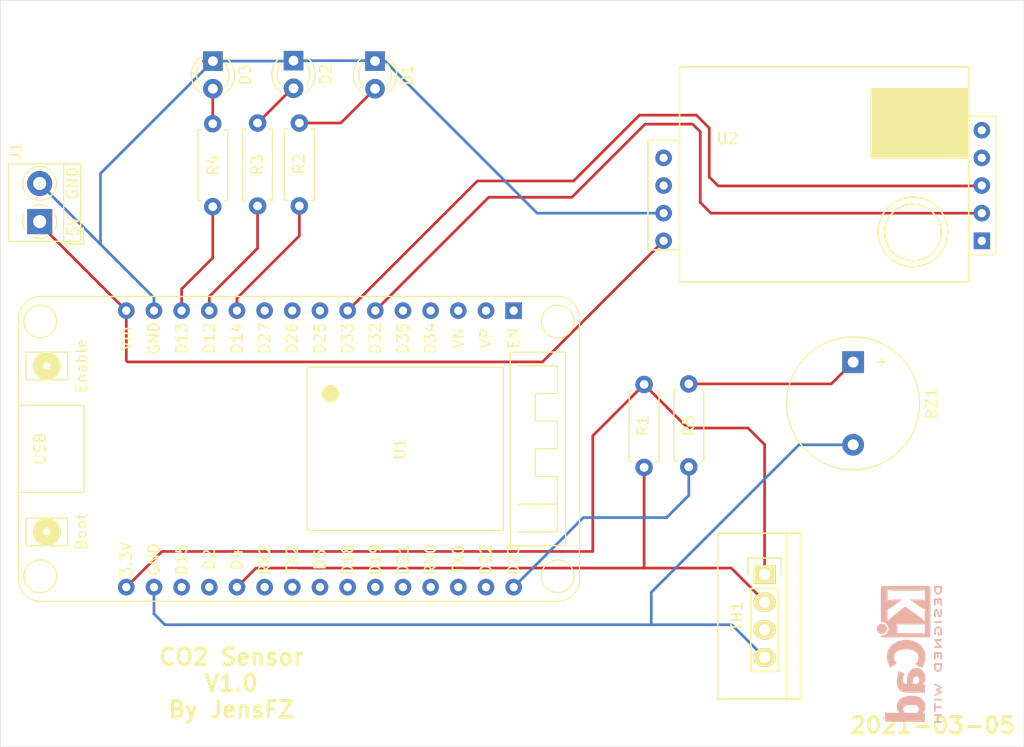
<source format=kicad_pcb>
(kicad_pcb (version 20171130) (host pcbnew "(5.1.9)-1")

  (general
    (thickness 1.6)
    (drawings 9)
    (tracks 87)
    (zones 0)
    (modules 18)
    (nets 41)
  )

  (page A4)
  (layers
    (0 F.Cu signal)
    (31 B.Cu signal)
    (32 B.Adhes user)
    (33 F.Adhes user)
    (34 B.Paste user)
    (35 F.Paste user)
    (36 B.SilkS user)
    (37 F.SilkS user)
    (38 B.Mask user)
    (39 F.Mask user)
    (40 Dwgs.User user)
    (41 Cmts.User user)
    (42 Eco1.User user)
    (43 Eco2.User user)
    (44 Edge.Cuts user)
    (45 Margin user)
    (46 B.CrtYd user)
    (47 F.CrtYd user)
    (48 B.Fab user)
    (49 F.Fab user)
  )

  (setup
    (last_trace_width 0.25)
    (trace_clearance 0.2)
    (zone_clearance 0.508)
    (zone_45_only no)
    (trace_min 0.2)
    (via_size 0.8)
    (via_drill 0.4)
    (via_min_size 0.4)
    (via_min_drill 0.3)
    (uvia_size 0.3)
    (uvia_drill 0.1)
    (uvias_allowed no)
    (uvia_min_size 0.2)
    (uvia_min_drill 0.1)
    (edge_width 0.05)
    (segment_width 0.2)
    (pcb_text_width 0.3)
    (pcb_text_size 1.5 1.5)
    (mod_edge_width 0.12)
    (mod_text_size 1 1)
    (mod_text_width 0.15)
    (pad_size 3.2 3.2)
    (pad_drill 3.2)
    (pad_to_mask_clearance 0)
    (aux_axis_origin 0 0)
    (visible_elements 7FFFFFFF)
    (pcbplotparams
      (layerselection 0x010fc_ffffffff)
      (usegerberextensions false)
      (usegerberattributes true)
      (usegerberadvancedattributes true)
      (creategerberjobfile true)
      (excludeedgelayer true)
      (linewidth 0.100000)
      (plotframeref false)
      (viasonmask false)
      (mode 1)
      (useauxorigin false)
      (hpglpennumber 1)
      (hpglpenspeed 20)
      (hpglpendiameter 15.000000)
      (psnegative false)
      (psa4output false)
      (plotreference true)
      (plotvalue true)
      (plotinvisibletext false)
      (padsonsilk false)
      (subtractmaskfromsilk false)
      (outputformat 1)
      (mirror false)
      (drillshape 0)
      (scaleselection 1)
      (outputdirectory "Gerber/"))
  )

  (net 0 "")
  (net 1 "Net-(R1-Pad2)")
  (net 2 "Net-(R1-Pad1)")
  (net 3 "Net-(TH1-Pad3)")
  (net 4 "Net-(U1-Pad29)")
  (net 5 "Net-(U1-Pad28)")
  (net 6 "Net-(U1-Pad27)")
  (net 7 "Net-(U1-Pad25)")
  (net 8 "Net-(U1-Pad24)")
  (net 9 "Net-(U1-Pad23)")
  (net 10 "Net-(U1-Pad22)")
  (net 11 "Net-(U1-Pad21)")
  (net 12 "Net-(U1-Pad19)")
  (net 13 "Net-(U1-Pad18)")
  (net 14 "Net-(U1-Pad10)")
  (net 15 "Net-(U1-Pad9)")
  (net 16 "Net-(U1-Pad8)")
  (net 17 "Net-(U1-Pad7)")
  (net 18 "Net-(U1-Pad6)")
  (net 19 "Net-(U1-Pad5)")
  (net 20 "Net-(U1-Pad4)")
  (net 21 "Net-(U1-Pad3)")
  (net 22 "Net-(U1-Pad2)")
  (net 23 "Net-(U1-Pad1)")
  (net 24 "Net-(U2-Pad1)")
  (net 25 "Net-(U2-Pad4)")
  (net 26 "Net-(U2-Pad5)")
  (net 27 "Net-(U2-Pad8)")
  (net 28 "Net-(U2-Pad9)")
  (net 29 "Net-(U1-Pad26)")
  (net 30 "Net-(D1-Pad2)")
  (net 31 "Net-(D2-Pad2)")
  (net 32 "Net-(D3-Pad2)")
  (net 33 "Net-(R2-Pad1)")
  (net 34 "Net-(R3-Pad1)")
  (net 35 "Net-(R4-Pad1)")
  (net 36 "Net-(D1-Pad1)")
  (net 37 "Net-(J1-Pad1)")
  (net 38 "Net-(BZ1-Pad1)")
  (net 39 "Net-(BZ1-Pad2)")
  (net 40 "Net-(R5-Pad2)")

  (net_class Default "This is the default net class."
    (clearance 0.2)
    (trace_width 0.25)
    (via_dia 0.8)
    (via_drill 0.4)
    (uvia_dia 0.3)
    (uvia_drill 0.1)
    (add_net "Net-(BZ1-Pad1)")
    (add_net "Net-(BZ1-Pad2)")
    (add_net "Net-(D1-Pad1)")
    (add_net "Net-(D1-Pad2)")
    (add_net "Net-(D2-Pad2)")
    (add_net "Net-(D3-Pad2)")
    (add_net "Net-(J1-Pad1)")
    (add_net "Net-(R1-Pad1)")
    (add_net "Net-(R1-Pad2)")
    (add_net "Net-(R2-Pad1)")
    (add_net "Net-(R3-Pad1)")
    (add_net "Net-(R4-Pad1)")
    (add_net "Net-(R5-Pad2)")
    (add_net "Net-(TH1-Pad3)")
    (add_net "Net-(U1-Pad1)")
    (add_net "Net-(U1-Pad10)")
    (add_net "Net-(U1-Pad18)")
    (add_net "Net-(U1-Pad19)")
    (add_net "Net-(U1-Pad2)")
    (add_net "Net-(U1-Pad21)")
    (add_net "Net-(U1-Pad22)")
    (add_net "Net-(U1-Pad23)")
    (add_net "Net-(U1-Pad24)")
    (add_net "Net-(U1-Pad25)")
    (add_net "Net-(U1-Pad26)")
    (add_net "Net-(U1-Pad27)")
    (add_net "Net-(U1-Pad28)")
    (add_net "Net-(U1-Pad29)")
    (add_net "Net-(U1-Pad3)")
    (add_net "Net-(U1-Pad4)")
    (add_net "Net-(U1-Pad5)")
    (add_net "Net-(U1-Pad6)")
    (add_net "Net-(U1-Pad7)")
    (add_net "Net-(U1-Pad8)")
    (add_net "Net-(U1-Pad9)")
    (add_net "Net-(U2-Pad1)")
    (add_net "Net-(U2-Pad4)")
    (add_net "Net-(U2-Pad5)")
    (add_net "Net-(U2-Pad8)")
    (add_net "Net-(U2-Pad9)")
  )

  (module Symbol:KiCad-Logo2_5mm_SilkScreen (layer B.Cu) (tedit 0) (tstamp 60433C1F)
    (at 157.1117 118.5037 270)
    (descr "KiCad Logo")
    (tags "Logo KiCad")
    (attr virtual)
    (fp_text reference REF** (at 0 5.08 90) (layer B.SilkS) hide
      (effects (font (size 1 1) (thickness 0.15)) (justify mirror))
    )
    (fp_text value KiCad-Logo2_5mm_SilkScreen (at 0 -5.08 90) (layer B.Fab) hide
      (effects (font (size 1 1) (thickness 0.15)) (justify mirror))
    )
    (fp_poly (pts (xy -2.9464 2.510946) (xy -2.935535 2.397007) (xy -2.903918 2.289384) (xy -2.853015 2.190385)
      (xy -2.784293 2.102316) (xy -2.699219 2.027484) (xy -2.602232 1.969616) (xy -2.495964 1.929995)
      (xy -2.38895 1.911427) (xy -2.2833 1.912566) (xy -2.181125 1.93207) (xy -2.084534 1.968594)
      (xy -1.995638 2.020795) (xy -1.916546 2.087327) (xy -1.849369 2.166848) (xy -1.796217 2.258013)
      (xy -1.759199 2.359477) (xy -1.740427 2.469898) (xy -1.738489 2.519794) (xy -1.738489 2.607733)
      (xy -1.68656 2.607733) (xy -1.650253 2.604889) (xy -1.623355 2.593089) (xy -1.596249 2.569351)
      (xy -1.557867 2.530969) (xy -1.557867 0.339398) (xy -1.557876 0.077261) (xy -1.557908 -0.163241)
      (xy -1.557972 -0.383048) (xy -1.558076 -0.583101) (xy -1.558227 -0.764344) (xy -1.558434 -0.927716)
      (xy -1.558706 -1.07416) (xy -1.55905 -1.204617) (xy -1.559474 -1.320029) (xy -1.559987 -1.421338)
      (xy -1.560597 -1.509484) (xy -1.561312 -1.58541) (xy -1.56214 -1.650057) (xy -1.563089 -1.704367)
      (xy -1.564167 -1.74928) (xy -1.565383 -1.78574) (xy -1.566745 -1.814687) (xy -1.568261 -1.837063)
      (xy -1.569938 -1.853809) (xy -1.571786 -1.865868) (xy -1.573813 -1.87418) (xy -1.576025 -1.879687)
      (xy -1.577108 -1.881537) (xy -1.581271 -1.888549) (xy -1.584805 -1.894996) (xy -1.588635 -1.9009)
      (xy -1.593682 -1.906286) (xy -1.600871 -1.911178) (xy -1.611123 -1.915598) (xy -1.625364 -1.919572)
      (xy -1.644514 -1.923121) (xy -1.669499 -1.92627) (xy -1.70124 -1.929042) (xy -1.740662 -1.931461)
      (xy -1.788686 -1.933551) (xy -1.846237 -1.935335) (xy -1.914237 -1.936837) (xy -1.99361 -1.93808)
      (xy -2.085279 -1.939089) (xy -2.190166 -1.939885) (xy -2.309196 -1.940494) (xy -2.44329 -1.940939)
      (xy -2.593373 -1.941243) (xy -2.760367 -1.94143) (xy -2.945196 -1.941524) (xy -3.148783 -1.941548)
      (xy -3.37205 -1.941525) (xy -3.615922 -1.94148) (xy -3.881321 -1.941437) (xy -3.919704 -1.941432)
      (xy -4.186682 -1.941389) (xy -4.432002 -1.941318) (xy -4.656583 -1.941213) (xy -4.861345 -1.941066)
      (xy -5.047206 -1.940869) (xy -5.215088 -1.940616) (xy -5.365908 -1.9403) (xy -5.500587 -1.939913)
      (xy -5.620044 -1.939447) (xy -5.725199 -1.938897) (xy -5.816971 -1.938253) (xy -5.896279 -1.937511)
      (xy -5.964043 -1.936661) (xy -6.021182 -1.935697) (xy -6.068617 -1.934611) (xy -6.107266 -1.933397)
      (xy -6.138049 -1.932047) (xy -6.161885 -1.930555) (xy -6.179694 -1.928911) (xy -6.192395 -1.927111)
      (xy -6.200908 -1.925145) (xy -6.205266 -1.923477) (xy -6.213728 -1.919906) (xy -6.221497 -1.91727)
      (xy -6.228602 -1.914634) (xy -6.235073 -1.911062) (xy -6.240939 -1.905621) (xy -6.246229 -1.897375)
      (xy -6.250974 -1.88539) (xy -6.255202 -1.868731) (xy -6.258943 -1.846463) (xy -6.262227 -1.817652)
      (xy -6.265083 -1.781363) (xy -6.26754 -1.736661) (xy -6.269629 -1.682611) (xy -6.271378 -1.618279)
      (xy -6.272817 -1.54273) (xy -6.273976 -1.45503) (xy -6.274883 -1.354243) (xy -6.275569 -1.239434)
      (xy -6.276063 -1.10967) (xy -6.276395 -0.964015) (xy -6.276593 -0.801535) (xy -6.276687 -0.621295)
      (xy -6.276708 -0.42236) (xy -6.276685 -0.203796) (xy -6.276646 0.035332) (xy -6.276622 0.29596)
      (xy -6.276622 0.338111) (xy -6.276636 0.601008) (xy -6.276661 0.842268) (xy -6.276671 1.062835)
      (xy -6.276642 1.263648) (xy -6.276548 1.445651) (xy -6.276362 1.609784) (xy -6.276059 1.756989)
      (xy -6.275614 1.888208) (xy -6.275034 1.998133) (xy -5.972197 1.998133) (xy -5.932407 1.940289)
      (xy -5.921236 1.924521) (xy -5.911166 1.910559) (xy -5.902138 1.897216) (xy -5.894097 1.883307)
      (xy -5.886986 1.867644) (xy -5.880747 1.849042) (xy -5.875325 1.826314) (xy -5.870662 1.798273)
      (xy -5.866701 1.763733) (xy -5.863385 1.721508) (xy -5.860659 1.670411) (xy -5.858464 1.609256)
      (xy -5.856745 1.536856) (xy -5.855444 1.452025) (xy -5.854505 1.353578) (xy -5.85387 1.240326)
      (xy -5.853484 1.111084) (xy -5.853288 0.964666) (xy -5.853227 0.799884) (xy -5.853243 0.615553)
      (xy -5.85328 0.410487) (xy -5.853289 0.287867) (xy -5.853265 0.070918) (xy -5.853231 -0.124642)
      (xy -5.853243 -0.299999) (xy -5.853358 -0.456341) (xy -5.85363 -0.594857) (xy -5.854118 -0.716734)
      (xy -5.854876 -0.82316) (xy -5.855962 -0.915322) (xy -5.857431 -0.994409) (xy -5.85934 -1.061608)
      (xy -5.861744 -1.118107) (xy -5.864701 -1.165093) (xy -5.868266 -1.203755) (xy -5.872495 -1.23528)
      (xy -5.877446 -1.260855) (xy -5.883173 -1.28167) (xy -5.889733 -1.298911) (xy -5.897183 -1.313765)
      (xy -5.905579 -1.327422) (xy -5.914976 -1.341069) (xy -5.925432 -1.355893) (xy -5.931523 -1.364783)
      (xy -5.970296 -1.4224) (xy -5.438732 -1.4224) (xy -5.315483 -1.422365) (xy -5.212987 -1.422215)
      (xy -5.12942 -1.421878) (xy -5.062956 -1.421286) (xy -5.011771 -1.420367) (xy -4.974041 -1.419051)
      (xy -4.94794 -1.417269) (xy -4.931644 -1.414951) (xy -4.923328 -1.412026) (xy -4.921168 -1.408424)
      (xy -4.923339 -1.404075) (xy -4.924535 -1.402645) (xy -4.949685 -1.365573) (xy -4.975583 -1.312772)
      (xy -4.999192 -1.25077) (xy -5.007461 -1.224357) (xy -5.012078 -1.206416) (xy -5.015979 -1.185355)
      (xy -5.019248 -1.159089) (xy -5.021966 -1.125532) (xy -5.024215 -1.082599) (xy -5.026077 -1.028204)
      (xy -5.027636 -0.960262) (xy -5.028972 -0.876688) (xy -5.030169 -0.775395) (xy -5.031308 -0.6543)
      (xy -5.031685 -0.6096) (xy -5.032702 -0.484449) (xy -5.03346 -0.380082) (xy -5.033903 -0.294707)
      (xy -5.03397 -0.226533) (xy -5.033605 -0.173765) (xy -5.032748 -0.134614) (xy -5.031341 -0.107285)
      (xy -5.029325 -0.089986) (xy -5.026643 -0.080926) (xy -5.023236 -0.078312) (xy -5.019044 -0.080351)
      (xy -5.014571 -0.084667) (xy -5.004216 -0.097602) (xy -4.982158 -0.126676) (xy -4.949957 -0.169759)
      (xy -4.909174 -0.224718) (xy -4.86137 -0.289423) (xy -4.808105 -0.361742) (xy -4.75094 -0.439544)
      (xy -4.691437 -0.520698) (xy -4.631155 -0.603072) (xy -4.571655 -0.684536) (xy -4.514498 -0.762957)
      (xy -4.461245 -0.836204) (xy -4.413457 -0.902147) (xy -4.372693 -0.958654) (xy -4.340516 -1.003593)
      (xy -4.318485 -1.034834) (xy -4.313917 -1.041466) (xy -4.290996 -1.078369) (xy -4.264188 -1.126359)
      (xy -4.238789 -1.175897) (xy -4.235568 -1.182577) (xy -4.21389 -1.230772) (xy -4.201304 -1.268334)
      (xy -4.195574 -1.30416) (xy -4.194456 -1.3462) (xy -4.19509 -1.4224) (xy -3.040651 -1.4224)
      (xy -3.131815 -1.328669) (xy -3.178612 -1.278775) (xy -3.228899 -1.222295) (xy -3.274944 -1.168026)
      (xy -3.295369 -1.142673) (xy -3.325807 -1.103128) (xy -3.365862 -1.049916) (xy -3.414361 -0.984667)
      (xy -3.470135 -0.909011) (xy -3.532011 -0.824577) (xy -3.598819 -0.732994) (xy -3.669387 -0.635892)
      (xy -3.742545 -0.534901) (xy -3.817121 -0.43165) (xy -3.891944 -0.327768) (xy -3.965843 -0.224885)
      (xy -4.037646 -0.124631) (xy -4.106184 -0.028636) (xy -4.170284 0.061473) (xy -4.228775 0.144064)
      (xy -4.280486 0.217508) (xy -4.324247 0.280176) (xy -4.358885 0.330439) (xy -4.38323 0.366666)
      (xy -4.396111 0.387229) (xy -4.397869 0.391332) (xy -4.38991 0.402658) (xy -4.369115 0.429838)
      (xy -4.336847 0.471171) (xy -4.29447 0.524956) (xy -4.243347 0.589494) (xy -4.184841 0.663082)
      (xy -4.120314 0.744022) (xy -4.051131 0.830612) (xy -3.978653 0.921152) (xy -3.904246 1.01394)
      (xy -3.844517 1.088298) (xy -2.833511 1.088298) (xy -2.827602 1.075341) (xy -2.813272 1.053092)
      (xy -2.812225 1.051609) (xy -2.793438 1.021456) (xy -2.773791 0.984625) (xy -2.769892 0.976489)
      (xy -2.766356 0.96806) (xy -2.76323 0.957941) (xy -2.760486 0.94474) (xy -2.758092 0.927062)
      (xy -2.756019 0.903516) (xy -2.754235 0.872707) (xy -2.752712 0.833243) (xy -2.751419 0.783731)
      (xy -2.750326 0.722777) (xy -2.749403 0.648989) (xy -2.748619 0.560972) (xy -2.747945 0.457335)
      (xy -2.74735 0.336684) (xy -2.746805 0.197626) (xy -2.746279 0.038768) (xy -2.745745 -0.140089)
      (xy -2.745206 -0.325207) (xy -2.744772 -0.489145) (xy -2.744509 -0.633303) (xy -2.744484 -0.759079)
      (xy -2.744765 -0.867871) (xy -2.745419 -0.961077) (xy -2.746514 -1.040097) (xy -2.748118 -1.106328)
      (xy -2.750297 -1.16117) (xy -2.753119 -1.206021) (xy -2.756651 -1.242278) (xy -2.760961 -1.271341)
      (xy -2.766117 -1.294609) (xy -2.772185 -1.313479) (xy -2.779233 -1.329351) (xy -2.787329 -1.343622)
      (xy -2.79654 -1.357691) (xy -2.80504 -1.370158) (xy -2.822176 -1.396452) (xy -2.832322 -1.414037)
      (xy -2.833511 -1.417257) (xy -2.822604 -1.418334) (xy -2.791411 -1.419335) (xy -2.742223 -1.420235)
      (xy -2.677333 -1.42101) (xy -2.59903 -1.421637) (xy -2.509607 -1.422091) (xy -2.411356 -1.422349)
      (xy -2.342445 -1.4224) (xy -2.237452 -1.42218) (xy -2.14061 -1.421548) (xy -2.054107 -1.420549)
      (xy -1.980132 -1.419227) (xy -1.920874 -1.417626) (xy -1.87852 -1.415791) (xy -1.85526 -1.413765)
      (xy -1.851378 -1.412493) (xy -1.859076 -1.397591) (xy -1.867074 -1.38956) (xy -1.880246 -1.372434)
      (xy -1.897485 -1.342183) (xy -1.909407 -1.317622) (xy -1.936045 -1.258711) (xy -1.93912 -0.081845)
      (xy -1.942195 1.095022) (xy -2.387853 1.095022) (xy -2.48567 1.094858) (xy -2.576064 1.094389)
      (xy -2.65663 1.093653) (xy -2.724962 1.092684) (xy -2.778656 1.09152) (xy -2.815305 1.090197)
      (xy -2.832504 1.088751) (xy -2.833511 1.088298) (xy -3.844517 1.088298) (xy -3.82927 1.107278)
      (xy -3.75509 1.199463) (xy -3.683069 1.288796) (xy -3.614569 1.373576) (xy -3.550955 1.452102)
      (xy -3.493588 1.522674) (xy -3.443833 1.583591) (xy -3.403052 1.633153) (xy -3.385888 1.653822)
      (xy -3.299596 1.754484) (xy -3.222997 1.837741) (xy -3.154183 1.905562) (xy -3.091248 1.959911)
      (xy -3.081867 1.967278) (xy -3.042356 1.997883) (xy -4.174116 1.998133) (xy -4.168827 1.950156)
      (xy -4.17213 1.892812) (xy -4.193661 1.824537) (xy -4.233635 1.744788) (xy -4.278943 1.672505)
      (xy -4.295161 1.64986) (xy -4.323214 1.612304) (xy -4.36143 1.561979) (xy -4.408137 1.501027)
      (xy -4.461661 1.431589) (xy -4.520331 1.355806) (xy -4.582475 1.27582) (xy -4.646421 1.193772)
      (xy -4.710495 1.111804) (xy -4.773027 1.032057) (xy -4.832343 0.956673) (xy -4.886771 0.887793)
      (xy -4.934639 0.827558) (xy -4.974275 0.778111) (xy -5.004006 0.741592) (xy -5.022161 0.720142)
      (xy -5.02522 0.716844) (xy -5.028079 0.724851) (xy -5.030293 0.755145) (xy -5.031857 0.807444)
      (xy -5.032767 0.881469) (xy -5.03302 0.976937) (xy -5.032613 1.093566) (xy -5.031704 1.213555)
      (xy -5.030382 1.345667) (xy -5.028857 1.457406) (xy -5.026881 1.550975) (xy -5.024206 1.628581)
      (xy -5.020582 1.692426) (xy -5.015761 1.744717) (xy -5.009494 1.787656) (xy -5.001532 1.823449)
      (xy -4.991627 1.8543) (xy -4.979531 1.882414) (xy -4.964993 1.909995) (xy -4.950311 1.935034)
      (xy -4.912314 1.998133) (xy -5.972197 1.998133) (xy -6.275034 1.998133) (xy -6.275001 2.004383)
      (xy -6.274195 2.106456) (xy -6.27317 2.195367) (xy -6.2719 2.272059) (xy -6.27036 2.337473)
      (xy -6.268524 2.392551) (xy -6.266367 2.438235) (xy -6.263863 2.475466) (xy -6.260987 2.505187)
      (xy -6.257713 2.528338) (xy -6.254015 2.545861) (xy -6.249869 2.558699) (xy -6.245247 2.567792)
      (xy -6.240126 2.574082) (xy -6.234478 2.578512) (xy -6.228279 2.582022) (xy -6.221504 2.585555)
      (xy -6.215508 2.589124) (xy -6.210275 2.5917) (xy -6.202099 2.594028) (xy -6.189886 2.596122)
      (xy -6.172541 2.597993) (xy -6.148969 2.599653) (xy -6.118077 2.601116) (xy -6.078768 2.602392)
      (xy -6.02995 2.603496) (xy -5.970527 2.604439) (xy -5.899404 2.605233) (xy -5.815488 2.605891)
      (xy -5.717683 2.606425) (xy -5.604894 2.606847) (xy -5.476029 2.607171) (xy -5.329991 2.607408)
      (xy -5.165686 2.60757) (xy -4.98202 2.60767) (xy -4.777897 2.60772) (xy -4.566753 2.607733)
      (xy -2.9464 2.607733) (xy -2.9464 2.510946)) (layer B.SilkS) (width 0.01))
    (fp_poly (pts (xy 0.328429 2.050929) (xy 0.48857 2.029755) (xy 0.65251 1.989615) (xy 0.822313 1.930111)
      (xy 1.000043 1.850846) (xy 1.01131 1.845301) (xy 1.069005 1.817275) (xy 1.120552 1.793198)
      (xy 1.162191 1.774751) (xy 1.190162 1.763614) (xy 1.199733 1.761067) (xy 1.21895 1.756059)
      (xy 1.223561 1.751853) (xy 1.218458 1.74142) (xy 1.202418 1.715132) (xy 1.177288 1.675743)
      (xy 1.144914 1.626009) (xy 1.107143 1.568685) (xy 1.065822 1.506524) (xy 1.022798 1.442282)
      (xy 0.979917 1.378715) (xy 0.939026 1.318575) (xy 0.901971 1.26462) (xy 0.8706 1.219603)
      (xy 0.846759 1.186279) (xy 0.832294 1.167403) (xy 0.830309 1.165213) (xy 0.820191 1.169862)
      (xy 0.79785 1.187038) (xy 0.76728 1.21356) (xy 0.751536 1.228036) (xy 0.655047 1.303318)
      (xy 0.548336 1.358759) (xy 0.432832 1.393859) (xy 0.309962 1.40812) (xy 0.240561 1.406949)
      (xy 0.119423 1.389788) (xy 0.010205 1.353906) (xy -0.087418 1.299041) (xy -0.173772 1.22493)
      (xy -0.249185 1.131312) (xy -0.313982 1.017924) (xy -0.351399 0.931333) (xy -0.395252 0.795634)
      (xy -0.427572 0.64815) (xy -0.448443 0.492686) (xy -0.457949 0.333044) (xy -0.456173 0.173027)
      (xy -0.443197 0.016439) (xy -0.419106 -0.132918) (xy -0.383982 -0.27124) (xy -0.337908 -0.394724)
      (xy -0.321627 -0.428978) (xy -0.25338 -0.543064) (xy -0.172921 -0.639557) (xy -0.08143 -0.71767)
      (xy 0.019911 -0.776617) (xy 0.12992 -0.815612) (xy 0.247415 -0.833868) (xy 0.288883 -0.835211)
      (xy 0.410441 -0.82429) (xy 0.530878 -0.791474) (xy 0.648666 -0.737439) (xy 0.762277 -0.662865)
      (xy 0.853685 -0.584539) (xy 0.900215 -0.540008) (xy 1.081483 -0.837271) (xy 1.12658 -0.911433)
      (xy 1.167819 -0.979646) (xy 1.203735 -1.039459) (xy 1.232866 -1.08842) (xy 1.25375 -1.124079)
      (xy 1.264924 -1.143984) (xy 1.266375 -1.147079) (xy 1.258146 -1.156718) (xy 1.232567 -1.173999)
      (xy 1.192873 -1.197283) (xy 1.142297 -1.224934) (xy 1.084074 -1.255315) (xy 1.021437 -1.28679)
      (xy 0.957621 -1.317722) (xy 0.89586 -1.346473) (xy 0.839388 -1.371408) (xy 0.791438 -1.390889)
      (xy 0.767986 -1.399318) (xy 0.634221 -1.437133) (xy 0.496327 -1.462136) (xy 0.348622 -1.47514)
      (xy 0.221833 -1.477468) (xy 0.153878 -1.476373) (xy 0.088277 -1.474275) (xy 0.030847 -1.471434)
      (xy -0.012597 -1.468106) (xy -0.026702 -1.466422) (xy -0.165716 -1.437587) (xy -0.307243 -1.392468)
      (xy -0.444725 -1.33375) (xy -0.571606 -1.26412) (xy -0.649111 -1.211441) (xy -0.776519 -1.103239)
      (xy -0.894822 -0.976671) (xy -1.001828 -0.834866) (xy -1.095348 -0.680951) (xy -1.17319 -0.518053)
      (xy -1.217044 -0.400756) (xy -1.267292 -0.217128) (xy -1.300791 -0.022581) (xy -1.317551 0.178675)
      (xy -1.317584 0.382432) (xy -1.300899 0.584479) (xy -1.267507 0.780608) (xy -1.21742 0.966609)
      (xy -1.213603 0.978197) (xy -1.150719 1.14025) (xy -1.073972 1.288168) (xy -0.980758 1.426135)
      (xy -0.868473 1.558339) (xy -0.824608 1.603601) (xy -0.688466 1.727543) (xy -0.548509 1.830085)
      (xy -0.402589 1.912344) (xy -0.248558 1.975436) (xy -0.084268 2.020477) (xy 0.011289 2.037967)
      (xy 0.170023 2.053534) (xy 0.328429 2.050929)) (layer B.SilkS) (width 0.01))
    (fp_poly (pts (xy 2.673574 1.133448) (xy 2.825492 1.113433) (xy 2.960756 1.079798) (xy 3.080239 1.032275)
      (xy 3.184815 0.970595) (xy 3.262424 0.907035) (xy 3.331265 0.832901) (xy 3.385006 0.753129)
      (xy 3.42791 0.660909) (xy 3.443384 0.617839) (xy 3.456244 0.578858) (xy 3.467446 0.542711)
      (xy 3.47712 0.507566) (xy 3.485396 0.47159) (xy 3.492403 0.43295) (xy 3.498272 0.389815)
      (xy 3.503131 0.340351) (xy 3.50711 0.282727) (xy 3.51034 0.215109) (xy 3.512949 0.135666)
      (xy 3.515067 0.042564) (xy 3.516824 -0.066027) (xy 3.518349 -0.191942) (xy 3.519772 -0.337012)
      (xy 3.521025 -0.479778) (xy 3.522351 -0.635968) (xy 3.523556 -0.771239) (xy 3.524766 -0.887246)
      (xy 3.526106 -0.985645) (xy 3.5277 -1.068093) (xy 3.529675 -1.136246) (xy 3.532156 -1.19176)
      (xy 3.535269 -1.236292) (xy 3.539138 -1.271498) (xy 3.543889 -1.299034) (xy 3.549648 -1.320556)
      (xy 3.556539 -1.337722) (xy 3.564689 -1.352186) (xy 3.574223 -1.365606) (xy 3.585266 -1.379638)
      (xy 3.589566 -1.385071) (xy 3.605386 -1.40791) (xy 3.612422 -1.423463) (xy 3.612444 -1.423922)
      (xy 3.601567 -1.426121) (xy 3.570582 -1.428147) (xy 3.521957 -1.429942) (xy 3.458163 -1.431451)
      (xy 3.381669 -1.432616) (xy 3.294944 -1.43338) (xy 3.200457 -1.433686) (xy 3.18955 -1.433689)
      (xy 2.766657 -1.433689) (xy 2.763395 -1.337622) (xy 2.760133 -1.241556) (xy 2.698044 -1.292543)
      (xy 2.600714 -1.360057) (xy 2.490813 -1.414749) (xy 2.404349 -1.444978) (xy 2.335278 -1.459666)
      (xy 2.251925 -1.469659) (xy 2.162159 -1.474646) (xy 2.073845 -1.474313) (xy 1.994851 -1.468351)
      (xy 1.958622 -1.462638) (xy 1.818603 -1.424776) (xy 1.692178 -1.369932) (xy 1.58026 -1.298924)
      (xy 1.483762 -1.212568) (xy 1.4036 -1.111679) (xy 1.340687 -0.997076) (xy 1.296312 -0.870984)
      (xy 1.283978 -0.814401) (xy 1.276368 -0.752202) (xy 1.272739 -0.677363) (xy 1.272245 -0.643467)
      (xy 1.27231 -0.640282) (xy 2.032248 -0.640282) (xy 2.041541 -0.715333) (xy 2.069728 -0.77916)
      (xy 2.118197 -0.834798) (xy 2.123254 -0.839211) (xy 2.171548 -0.874037) (xy 2.223257 -0.89662)
      (xy 2.283989 -0.90854) (xy 2.359352 -0.911383) (xy 2.377459 -0.910978) (xy 2.431278 -0.908325)
      (xy 2.471308 -0.902909) (xy 2.506324 -0.892745) (xy 2.545103 -0.87585) (xy 2.555745 -0.870672)
      (xy 2.616396 -0.834844) (xy 2.663215 -0.792212) (xy 2.675952 -0.776973) (xy 2.720622 -0.720462)
      (xy 2.720622 -0.524586) (xy 2.720086 -0.445939) (xy 2.718396 -0.387988) (xy 2.715428 -0.348875)
      (xy 2.711057 -0.326741) (xy 2.706972 -0.320274) (xy 2.691047 -0.317111) (xy 2.657264 -0.314488)
      (xy 2.61034 -0.312655) (xy 2.554993 -0.311857) (xy 2.546106 -0.311842) (xy 2.42533 -0.317096)
      (xy 2.32266 -0.333263) (xy 2.236106 -0.360961) (xy 2.163681 -0.400808) (xy 2.108751 -0.447758)
      (xy 2.064204 -0.505645) (xy 2.03948 -0.568693) (xy 2.032248 -0.640282) (xy 1.27231 -0.640282)
      (xy 1.274178 -0.549712) (xy 1.282522 -0.470812) (xy 1.298768 -0.39959) (xy 1.324405 -0.328864)
      (xy 1.348401 -0.276493) (xy 1.40702 -0.181196) (xy 1.485117 -0.09317) (xy 1.580315 -0.014017)
      (xy 1.690238 0.05466) (xy 1.81251 0.111259) (xy 1.944755 0.154179) (xy 2.009422 0.169118)
      (xy 2.145604 0.191223) (xy 2.294049 0.205806) (xy 2.445505 0.212187) (xy 2.572064 0.210555)
      (xy 2.73395 0.203776) (xy 2.72653 0.262755) (xy 2.707238 0.361908) (xy 2.676104 0.442628)
      (xy 2.632269 0.505534) (xy 2.574871 0.551244) (xy 2.503048 0.580378) (xy 2.415941 0.593553)
      (xy 2.312686 0.591389) (xy 2.274711 0.587388) (xy 2.13352 0.56222) (xy 1.996707 0.521186)
      (xy 1.902178 0.483185) (xy 1.857018 0.46381) (xy 1.818585 0.44824) (xy 1.792234 0.438595)
      (xy 1.784546 0.436548) (xy 1.774802 0.445626) (xy 1.758083 0.474595) (xy 1.734232 0.523783)
      (xy 1.703093 0.593516) (xy 1.664507 0.684121) (xy 1.65791 0.699911) (xy 1.627853 0.772228)
      (xy 1.600874 0.837575) (xy 1.578136 0.893094) (xy 1.560806 0.935928) (xy 1.550048 0.963219)
      (xy 1.546941 0.972058) (xy 1.55694 0.976813) (xy 1.583217 0.98209) (xy 1.611489 0.985769)
      (xy 1.641646 0.990526) (xy 1.689433 0.999972) (xy 1.750612 1.01318) (xy 1.820946 1.029224)
      (xy 1.896194 1.04718) (xy 1.924755 1.054203) (xy 2.029816 1.079791) (xy 2.11748 1.099853)
      (xy 2.192068 1.115031) (xy 2.257903 1.125965) (xy 2.319307 1.133296) (xy 2.380602 1.137665)
      (xy 2.44611 1.139713) (xy 2.504128 1.140111) (xy 2.673574 1.133448)) (layer B.SilkS) (width 0.01))
    (fp_poly (pts (xy 6.186507 0.527755) (xy 6.186526 0.293338) (xy 6.186552 0.080397) (xy 6.186625 -0.112168)
      (xy 6.186782 -0.285459) (xy 6.187064 -0.440576) (xy 6.187509 -0.57862) (xy 6.188156 -0.700692)
      (xy 6.189045 -0.807894) (xy 6.190213 -0.901326) (xy 6.191701 -0.98209) (xy 6.193546 -1.051286)
      (xy 6.195789 -1.110015) (xy 6.198469 -1.159379) (xy 6.201623 -1.200478) (xy 6.205292 -1.234413)
      (xy 6.209513 -1.262286) (xy 6.214327 -1.285198) (xy 6.219773 -1.304249) (xy 6.225888 -1.32054)
      (xy 6.232712 -1.335173) (xy 6.240285 -1.349249) (xy 6.248645 -1.363868) (xy 6.253839 -1.372974)
      (xy 6.288104 -1.433689) (xy 5.429955 -1.433689) (xy 5.429955 -1.337733) (xy 5.429224 -1.29437)
      (xy 5.427272 -1.261205) (xy 5.424463 -1.243424) (xy 5.423221 -1.241778) (xy 5.411799 -1.248662)
      (xy 5.389084 -1.266505) (xy 5.366385 -1.285879) (xy 5.3118 -1.326614) (xy 5.242321 -1.367617)
      (xy 5.16527 -1.405123) (xy 5.087965 -1.435364) (xy 5.057113 -1.445012) (xy 4.988616 -1.459578)
      (xy 4.905764 -1.469539) (xy 4.816371 -1.474583) (xy 4.728248 -1.474396) (xy 4.649207 -1.468666)
      (xy 4.611511 -1.462858) (xy 4.473414 -1.424797) (xy 4.346113 -1.367073) (xy 4.230292 -1.290211)
      (xy 4.126637 -1.194739) (xy 4.035833 -1.081179) (xy 3.969031 -0.970381) (xy 3.914164 -0.853625)
      (xy 3.872163 -0.734276) (xy 3.842167 -0.608283) (xy 3.823311 -0.471594) (xy 3.814732 -0.320158)
      (xy 3.814006 -0.242711) (xy 3.8161 -0.185934) (xy 4.645217 -0.185934) (xy 4.645424 -0.279002)
      (xy 4.648337 -0.366692) (xy 4.654 -0.443772) (xy 4.662455 -0.505009) (xy 4.665038 -0.51735)
      (xy 4.69684 -0.624633) (xy 4.738498 -0.711658) (xy 4.790363 -0.778642) (xy 4.852781 -0.825805)
      (xy 4.9261 -0.853365) (xy 5.010669 -0.861541) (xy 5.106835 -0.850551) (xy 5.170311 -0.834829)
      (xy 5.219454 -0.816639) (xy 5.273583 -0.790791) (xy 5.314244 -0.767089) (xy 5.3848 -0.720721)
      (xy 5.3848 0.42947) (xy 5.317392 0.473038) (xy 5.238867 0.51396) (xy 5.154681 0.540611)
      (xy 5.069557 0.552535) (xy 4.988216 0.549278) (xy 4.91538 0.530385) (xy 4.883426 0.514816)
      (xy 4.825501 0.471819) (xy 4.776544 0.415047) (xy 4.73539 0.342425) (xy 4.700874 0.251879)
      (xy 4.671833 0.141334) (xy 4.670552 0.135467) (xy 4.660381 0.073212) (xy 4.652739 -0.004594)
      (xy 4.64767 -0.09272) (xy 4.645217 -0.185934) (xy 3.8161 -0.185934) (xy 3.821857 -0.029895)
      (xy 3.843802 0.165941) (xy 3.879786 0.344668) (xy 3.929759 0.506155) (xy 3.993668 0.650274)
      (xy 4.071462 0.776894) (xy 4.163089 0.885885) (xy 4.268497 0.977117) (xy 4.313662 1.008068)
      (xy 4.414611 1.064215) (xy 4.517901 1.103826) (xy 4.627989 1.127986) (xy 4.74933 1.137781)
      (xy 4.841836 1.136735) (xy 4.97149 1.125769) (xy 5.084084 1.103954) (xy 5.182875 1.070286)
      (xy 5.271121 1.023764) (xy 5.319986 0.989552) (xy 5.349353 0.967638) (xy 5.371043 0.952667)
      (xy 5.379253 0.948267) (xy 5.380868 0.959096) (xy 5.382159 0.989749) (xy 5.383138 1.037474)
      (xy 5.383817 1.099521) (xy 5.38421 1.173138) (xy 5.38433 1.255573) (xy 5.384188 1.344075)
      (xy 5.383797 1.435893) (xy 5.383171 1.528276) (xy 5.38232 1.618472) (xy 5.38126 1.703729)
      (xy 5.380001 1.781297) (xy 5.378556 1.848424) (xy 5.376938 1.902359) (xy 5.375161 1.94035)
      (xy 5.374669 1.947333) (xy 5.367092 2.017749) (xy 5.355531 2.072898) (xy 5.337792 2.120019)
      (xy 5.311682 2.166353) (xy 5.305415 2.175933) (xy 5.280983 2.212622) (xy 6.186311 2.212622)
      (xy 6.186507 0.527755)) (layer B.SilkS) (width 0.01))
    (fp_poly (pts (xy -2.273043 2.973429) (xy -2.176768 2.949191) (xy -2.090184 2.906359) (xy -2.015373 2.846581)
      (xy -1.954418 2.771506) (xy -1.909399 2.68278) (xy -1.883136 2.58647) (xy -1.877286 2.489205)
      (xy -1.89214 2.395346) (xy -1.92584 2.307489) (xy -1.976528 2.22823) (xy -2.042345 2.160164)
      (xy -2.121434 2.105888) (xy -2.211934 2.067998) (xy -2.2632 2.055574) (xy -2.307698 2.048053)
      (xy -2.341999 2.045081) (xy -2.37496 2.046906) (xy -2.415434 2.053775) (xy -2.448531 2.06075)
      (xy -2.541947 2.092259) (xy -2.625619 2.143383) (xy -2.697665 2.212571) (xy -2.7562 2.298272)
      (xy -2.770148 2.325511) (xy -2.786586 2.361878) (xy -2.796894 2.392418) (xy -2.80246 2.42455)
      (xy -2.804669 2.465693) (xy -2.804948 2.511778) (xy -2.800861 2.596135) (xy -2.787446 2.665414)
      (xy -2.762256 2.726039) (xy -2.722846 2.784433) (xy -2.684298 2.828698) (xy -2.612406 2.894516)
      (xy -2.537313 2.939947) (xy -2.454562 2.96715) (xy -2.376928 2.977424) (xy -2.273043 2.973429)) (layer B.SilkS) (width 0.01))
    (fp_poly (pts (xy -6.121371 -2.269066) (xy -6.081889 -2.269467) (xy -5.9662 -2.272259) (xy -5.869311 -2.28055)
      (xy -5.787919 -2.295232) (xy -5.718723 -2.317193) (xy -5.65842 -2.347322) (xy -5.603708 -2.38651)
      (xy -5.584167 -2.403532) (xy -5.55175 -2.443363) (xy -5.52252 -2.497413) (xy -5.499991 -2.557323)
      (xy -5.487679 -2.614739) (xy -5.4864 -2.635956) (xy -5.494417 -2.694769) (xy -5.515899 -2.759013)
      (xy -5.546999 -2.819821) (xy -5.583866 -2.86833) (xy -5.589854 -2.874182) (xy -5.640579 -2.915321)
      (xy -5.696125 -2.947435) (xy -5.759696 -2.971365) (xy -5.834494 -2.987953) (xy -5.923722 -2.998041)
      (xy -6.030582 -3.002469) (xy -6.079528 -3.002845) (xy -6.141762 -3.002545) (xy -6.185528 -3.001292)
      (xy -6.214931 -2.998554) (xy -6.234079 -2.993801) (xy -6.247077 -2.986501) (xy -6.254045 -2.980267)
      (xy -6.260626 -2.972694) (xy -6.265788 -2.962924) (xy -6.269703 -2.94834) (xy -6.272543 -2.926326)
      (xy -6.27448 -2.894264) (xy -6.275684 -2.849536) (xy -6.276328 -2.789526) (xy -6.276583 -2.711617)
      (xy -6.276622 -2.635956) (xy -6.27687 -2.535041) (xy -6.276817 -2.454427) (xy -6.275857 -2.415822)
      (xy -6.129867 -2.415822) (xy -6.129867 -2.856089) (xy -6.036734 -2.856004) (xy -5.980693 -2.854396)
      (xy -5.921999 -2.850256) (xy -5.873028 -2.844464) (xy -5.871538 -2.844226) (xy -5.792392 -2.82509)
      (xy -5.731002 -2.795287) (xy -5.684305 -2.752878) (xy -5.654635 -2.706961) (xy -5.636353 -2.656026)
      (xy -5.637771 -2.6082) (xy -5.658988 -2.556933) (xy -5.700489 -2.503899) (xy -5.757998 -2.4646)
      (xy -5.83275 -2.438331) (xy -5.882708 -2.429035) (xy -5.939416 -2.422507) (xy -5.999519 -2.417782)
      (xy -6.050639 -2.415817) (xy -6.053667 -2.415808) (xy -6.129867 -2.415822) (xy -6.275857 -2.415822)
      (xy -6.27526 -2.391851) (xy -6.270998 -2.345055) (xy -6.26283 -2.311778) (xy -6.249556 -2.289759)
      (xy -6.229974 -2.276739) (xy -6.202883 -2.270457) (xy -6.167082 -2.268653) (xy -6.121371 -2.269066)) (layer B.SilkS) (width 0.01))
    (fp_poly (pts (xy -4.712794 -2.269146) (xy -4.643386 -2.269518) (xy -4.590997 -2.270385) (xy -4.552847 -2.271946)
      (xy -4.526159 -2.274403) (xy -4.508153 -2.277957) (xy -4.496049 -2.28281) (xy -4.487069 -2.289161)
      (xy -4.483818 -2.292084) (xy -4.464043 -2.323142) (xy -4.460482 -2.358828) (xy -4.473491 -2.39051)
      (xy -4.479506 -2.396913) (xy -4.489235 -2.403121) (xy -4.504901 -2.40791) (xy -4.529408 -2.411514)
      (xy -4.565661 -2.414164) (xy -4.616565 -2.416095) (xy -4.685026 -2.417539) (xy -4.747617 -2.418418)
      (xy -4.995334 -2.421467) (xy -4.998719 -2.486378) (xy -5.002105 -2.551289) (xy -4.833958 -2.551289)
      (xy -4.760959 -2.551919) (xy -4.707517 -2.554553) (xy -4.670628 -2.560309) (xy -4.647288 -2.570304)
      (xy -4.634494 -2.585656) (xy -4.629242 -2.607482) (xy -4.628445 -2.627738) (xy -4.630923 -2.652592)
      (xy -4.640277 -2.670906) (xy -4.659383 -2.683637) (xy -4.691118 -2.691741) (xy -4.738359 -2.696176)
      (xy -4.803983 -2.697899) (xy -4.839801 -2.698045) (xy -5.000978 -2.698045) (xy -5.000978 -2.856089)
      (xy -4.752622 -2.856089) (xy -4.671213 -2.856202) (xy -4.609342 -2.856712) (xy -4.563968 -2.85787)
      (xy -4.532054 -2.85993) (xy -4.510559 -2.863146) (xy -4.496443 -2.867772) (xy -4.486668 -2.874059)
      (xy -4.481689 -2.878667) (xy -4.46461 -2.90556) (xy -4.459111 -2.929467) (xy -4.466963 -2.958667)
      (xy -4.481689 -2.980267) (xy -4.489546 -2.987066) (xy -4.499688 -2.992346) (xy -4.514844 -2.996298)
      (xy -4.537741 -2.999113) (xy -4.571109 -3.000982) (xy -4.617675 -3.002098) (xy -4.680167 -3.002651)
      (xy -4.761314 -3.002833) (xy -4.803422 -3.002845) (xy -4.893598 -3.002765) (xy -4.963924 -3.002398)
      (xy -5.017129 -3.001552) (xy -5.05594 -3.000036) (xy -5.083087 -2.997659) (xy -5.101298 -2.994229)
      (xy -5.1133 -2.989554) (xy -5.121822 -2.983444) (xy -5.125156 -2.980267) (xy -5.131755 -2.97267)
      (xy -5.136927 -2.96287) (xy -5.140846 -2.948239) (xy -5.143684 -2.926152) (xy -5.145615 -2.893982)
      (xy -5.146812 -2.849103) (xy -5.147448 -2.788889) (xy -5.147697 -2.710713) (xy -5.147734 -2.637923)
      (xy -5.1477 -2.544707) (xy -5.147465 -2.471431) (xy -5.14683 -2.415458) (xy -5.145594 -2.374151)
      (xy -5.143556 -2.344872) (xy -5.140517 -2.324984) (xy -5.136277 -2.31185) (xy -5.130635 -2.302832)
      (xy -5.123391 -2.295293) (xy -5.121606 -2.293612) (xy -5.112945 -2.286172) (xy -5.102882 -2.280409)
      (xy -5.088625 -2.276112) (xy -5.067383 -2.273064) (xy -5.036364 -2.271051) (xy -4.992777 -2.26986)
      (xy -4.933831 -2.269275) (xy -4.856734 -2.269083) (xy -4.802001 -2.269067) (xy -4.712794 -2.269146)) (layer B.SilkS) (width 0.01))
    (fp_poly (pts (xy -3.691703 -2.270351) (xy -3.616888 -2.275581) (xy -3.547306 -2.28375) (xy -3.487002 -2.29455)
      (xy -3.44002 -2.307673) (xy -3.410406 -2.322813) (xy -3.40586 -2.327269) (xy -3.390054 -2.36185)
      (xy -3.394847 -2.397351) (xy -3.419364 -2.427725) (xy -3.420534 -2.428596) (xy -3.434954 -2.437954)
      (xy -3.450008 -2.442876) (xy -3.471005 -2.443473) (xy -3.503257 -2.439861) (xy -3.552073 -2.432154)
      (xy -3.556 -2.431505) (xy -3.628739 -2.422569) (xy -3.707217 -2.418161) (xy -3.785927 -2.418119)
      (xy -3.859361 -2.422279) (xy -3.922011 -2.430479) (xy -3.96837 -2.442557) (xy -3.971416 -2.443771)
      (xy -4.005048 -2.462615) (xy -4.016864 -2.481685) (xy -4.007614 -2.500439) (xy -3.978047 -2.518337)
      (xy -3.928911 -2.534837) (xy -3.860957 -2.549396) (xy -3.815645 -2.556406) (xy -3.721456 -2.569889)
      (xy -3.646544 -2.582214) (xy -3.587717 -2.594449) (xy -3.541785 -2.607661) (xy -3.505555 -2.622917)
      (xy -3.475838 -2.641285) (xy -3.449442 -2.663831) (xy -3.42823 -2.685971) (xy -3.403065 -2.716819)
      (xy -3.390681 -2.743345) (xy -3.386808 -2.776026) (xy -3.386667 -2.787995) (xy -3.389576 -2.827712)
      (xy -3.401202 -2.857259) (xy -3.421323 -2.883486) (xy -3.462216 -2.923576) (xy -3.507817 -2.954149)
      (xy -3.561513 -2.976203) (xy -3.626692 -2.990735) (xy -3.706744 -2.998741) (xy -3.805057 -3.001218)
      (xy -3.821289 -3.001177) (xy -3.886849 -2.999818) (xy -3.951866 -2.99673) (xy -4.009252 -2.992356)
      (xy -4.051922 -2.98714) (xy -4.055372 -2.986541) (xy -4.097796 -2.976491) (xy -4.13378 -2.963796)
      (xy -4.15415 -2.95219) (xy -4.173107 -2.921572) (xy -4.174427 -2.885918) (xy -4.158085 -2.854144)
      (xy -4.154429 -2.850551) (xy -4.139315 -2.839876) (xy -4.120415 -2.835276) (xy -4.091162 -2.836059)
      (xy -4.055651 -2.840127) (xy -4.01597 -2.843762) (xy -3.960345 -2.846828) (xy -3.895406 -2.849053)
      (xy -3.827785 -2.850164) (xy -3.81 -2.850237) (xy -3.742128 -2.849964) (xy -3.692454 -2.848646)
      (xy -3.65661 -2.845827) (xy -3.630224 -2.84105) (xy -3.608926 -2.833857) (xy -3.596126 -2.827867)
      (xy -3.568 -2.811233) (xy -3.550068 -2.796168) (xy -3.547447 -2.791897) (xy -3.552976 -2.774263)
      (xy -3.57926 -2.757192) (xy -3.624478 -2.741458) (xy -3.686808 -2.727838) (xy -3.705171 -2.724804)
      (xy -3.80109 -2.709738) (xy -3.877641 -2.697146) (xy -3.93778 -2.686111) (xy -3.98446 -2.67572)
      (xy -4.020637 -2.665056) (xy -4.049265 -2.653205) (xy -4.073298 -2.639251) (xy -4.095692 -2.622281)
      (xy -4.119402 -2.601378) (xy -4.12738 -2.594049) (xy -4.155353 -2.566699) (xy -4.17016 -2.545029)
      (xy -4.175952 -2.520232) (xy -4.176889 -2.488983) (xy -4.166575 -2.427705) (xy -4.135752 -2.37564)
      (xy -4.084595 -2.332958) (xy -4.013283 -2.299825) (xy -3.9624 -2.284964) (xy -3.9071 -2.275366)
      (xy -3.840853 -2.269936) (xy -3.767706 -2.268367) (xy -3.691703 -2.270351)) (layer B.SilkS) (width 0.01))
    (fp_poly (pts (xy -2.923822 -2.291645) (xy -2.917242 -2.299218) (xy -2.912079 -2.308987) (xy -2.908164 -2.323571)
      (xy -2.905324 -2.345585) (xy -2.903387 -2.377648) (xy -2.902183 -2.422375) (xy -2.901539 -2.482385)
      (xy -2.901284 -2.560294) (xy -2.901245 -2.635956) (xy -2.901314 -2.729802) (xy -2.901638 -2.803689)
      (xy -2.902386 -2.860232) (xy -2.903732 -2.902049) (xy -2.905846 -2.931757) (xy -2.9089 -2.951973)
      (xy -2.913066 -2.965314) (xy -2.918516 -2.974398) (xy -2.923822 -2.980267) (xy -2.956826 -2.999947)
      (xy -2.991991 -2.998181) (xy -3.023455 -2.976717) (xy -3.030684 -2.968337) (xy -3.036334 -2.958614)
      (xy -3.040599 -2.944861) (xy -3.043673 -2.924389) (xy -3.045752 -2.894512) (xy -3.04703 -2.852541)
      (xy -3.047701 -2.795789) (xy -3.047959 -2.721567) (xy -3.048 -2.637537) (xy -3.048 -2.324485)
      (xy -3.020291 -2.296776) (xy -2.986137 -2.273463) (xy -2.953006 -2.272623) (xy -2.923822 -2.291645)) (layer B.SilkS) (width 0.01))
    (fp_poly (pts (xy -1.950081 -2.274599) (xy -1.881565 -2.286095) (xy -1.828943 -2.303967) (xy -1.794708 -2.327499)
      (xy -1.785379 -2.340924) (xy -1.775893 -2.372148) (xy -1.782277 -2.400395) (xy -1.80243 -2.427182)
      (xy -1.833745 -2.439713) (xy -1.879183 -2.438696) (xy -1.914326 -2.431906) (xy -1.992419 -2.418971)
      (xy -2.072226 -2.417742) (xy -2.161555 -2.428241) (xy -2.186229 -2.43269) (xy -2.269291 -2.456108)
      (xy -2.334273 -2.490945) (xy -2.380461 -2.536604) (xy -2.407145 -2.592494) (xy -2.412663 -2.621388)
      (xy -2.409051 -2.680012) (xy -2.385729 -2.731879) (xy -2.344824 -2.775978) (xy -2.288459 -2.811299)
      (xy -2.21876 -2.836829) (xy -2.137852 -2.851559) (xy -2.04786 -2.854478) (xy -1.95091 -2.844575)
      (xy -1.945436 -2.843641) (xy -1.906875 -2.836459) (xy -1.885494 -2.829521) (xy -1.876227 -2.819227)
      (xy -1.874006 -2.801976) (xy -1.873956 -2.792841) (xy -1.873956 -2.754489) (xy -1.942431 -2.754489)
      (xy -2.0029 -2.750347) (xy -2.044165 -2.737147) (xy -2.068175 -2.71373) (xy -2.076877 -2.678936)
      (xy -2.076983 -2.674394) (xy -2.071892 -2.644654) (xy -2.054433 -2.623419) (xy -2.021939 -2.609366)
      (xy -1.971743 -2.601173) (xy -1.923123 -2.598161) (xy -1.852456 -2.596433) (xy -1.801198 -2.59907)
      (xy -1.766239 -2.6088) (xy -1.74447 -2.628353) (xy -1.73278 -2.660456) (xy -1.72806 -2.707838)
      (xy -1.7272 -2.770071) (xy -1.728609 -2.839535) (xy -1.732848 -2.886786) (xy -1.739936 -2.912012)
      (xy -1.741311 -2.913988) (xy -1.780228 -2.945508) (xy -1.837286 -2.97047) (xy -1.908869 -2.98834)
      (xy -1.991358 -2.998586) (xy -2.081139 -3.000673) (xy -2.174592 -2.994068) (xy -2.229556 -2.985956)
      (xy -2.315766 -2.961554) (xy -2.395892 -2.921662) (xy -2.462977 -2.869887) (xy -2.473173 -2.859539)
      (xy -2.506302 -2.816035) (xy -2.536194 -2.762118) (xy -2.559357 -2.705592) (xy -2.572298 -2.654259)
      (xy -2.573858 -2.634544) (xy -2.567218 -2.593419) (xy -2.549568 -2.542252) (xy -2.524297 -2.488394)
      (xy -2.494789 -2.439195) (xy -2.468719 -2.406334) (xy -2.407765 -2.357452) (xy -2.328969 -2.318545)
      (xy -2.235157 -2.290494) (xy -2.12915 -2.274179) (xy -2.032 -2.270192) (xy -1.950081 -2.274599)) (layer B.SilkS) (width 0.01))
    (fp_poly (pts (xy -1.300114 -2.273448) (xy -1.276548 -2.287273) (xy -1.245735 -2.309881) (xy -1.206078 -2.342338)
      (xy -1.15598 -2.385708) (xy -1.093843 -2.441058) (xy -1.018072 -2.509451) (xy -0.931334 -2.588084)
      (xy -0.750711 -2.751878) (xy -0.745067 -2.532029) (xy -0.743029 -2.456351) (xy -0.741063 -2.399994)
      (xy -0.738734 -2.359706) (xy -0.735606 -2.332235) (xy -0.731245 -2.314329) (xy -0.725216 -2.302737)
      (xy -0.717084 -2.294208) (xy -0.712772 -2.290623) (xy -0.678241 -2.27167) (xy -0.645383 -2.274441)
      (xy -0.619318 -2.290633) (xy -0.592667 -2.312199) (xy -0.589352 -2.627151) (xy -0.588435 -2.719779)
      (xy -0.587968 -2.792544) (xy -0.588113 -2.848161) (xy -0.589032 -2.889342) (xy -0.590887 -2.918803)
      (xy -0.593839 -2.939255) (xy -0.59805 -2.953413) (xy -0.603682 -2.963991) (xy -0.609927 -2.972474)
      (xy -0.623439 -2.988207) (xy -0.636883 -2.998636) (xy -0.652124 -3.002639) (xy -0.671026 -2.999094)
      (xy -0.695455 -2.986879) (xy -0.727273 -2.964871) (xy -0.768348 -2.931949) (xy -0.820542 -2.886991)
      (xy -0.885722 -2.828875) (xy -0.959556 -2.762099) (xy -1.224845 -2.521458) (xy -1.230489 -2.740589)
      (xy -1.232531 -2.816128) (xy -1.234502 -2.872354) (xy -1.236839 -2.912524) (xy -1.239981 -2.939896)
      (xy -1.244364 -2.957728) (xy -1.250424 -2.969279) (xy -1.2586 -2.977807) (xy -1.262784 -2.981282)
      (xy -1.299765 -3.000372) (xy -1.334708 -2.997493) (xy -1.365136 -2.9731) (xy -1.372097 -2.963286)
      (xy -1.377523 -2.951826) (xy -1.381603 -2.935968) (xy -1.384529 -2.912963) (xy -1.386492 -2.880062)
      (xy -1.387683 -2.834516) (xy -1.388292 -2.773573) (xy -1.388511 -2.694486) (xy -1.388534 -2.635956)
      (xy -1.38846 -2.544407) (xy -1.388113 -2.472687) (xy -1.387301 -2.418045) (xy -1.385833 -2.377732)
      (xy -1.383519 -2.348998) (xy -1.380167 -2.329093) (xy -1.375588 -2.315268) (xy -1.369589 -2.304772)
      (xy -1.365136 -2.298811) (xy -1.35385 -2.284691) (xy -1.343301 -2.274029) (xy -1.331893 -2.267892)
      (xy -1.31803 -2.267343) (xy -1.300114 -2.273448)) (layer B.SilkS) (width 0.01))
    (fp_poly (pts (xy 0.230343 -2.26926) (xy 0.306701 -2.270174) (xy 0.365217 -2.272311) (xy 0.408255 -2.276175)
      (xy 0.438183 -2.282267) (xy 0.457368 -2.29109) (xy 0.468176 -2.303146) (xy 0.472973 -2.318939)
      (xy 0.474127 -2.33897) (xy 0.474133 -2.341335) (xy 0.473131 -2.363992) (xy 0.468396 -2.381503)
      (xy 0.457333 -2.394574) (xy 0.437348 -2.403913) (xy 0.405846 -2.410227) (xy 0.360232 -2.414222)
      (xy 0.297913 -2.416606) (xy 0.216293 -2.418086) (xy 0.191277 -2.418414) (xy -0.0508 -2.421467)
      (xy -0.054186 -2.486378) (xy -0.057571 -2.551289) (xy 0.110576 -2.551289) (xy 0.176266 -2.551531)
      (xy 0.223172 -2.552556) (xy 0.255083 -2.554811) (xy 0.275791 -2.558742) (xy 0.289084 -2.564798)
      (xy 0.298755 -2.573424) (xy 0.298817 -2.573493) (xy 0.316356 -2.607112) (xy 0.315722 -2.643448)
      (xy 0.297314 -2.674423) (xy 0.293671 -2.677607) (xy 0.280741 -2.685812) (xy 0.263024 -2.691521)
      (xy 0.23657 -2.695162) (xy 0.197432 -2.697167) (xy 0.141662 -2.697964) (xy 0.105994 -2.698045)
      (xy -0.056445 -2.698045) (xy -0.056445 -2.856089) (xy 0.190161 -2.856089) (xy 0.27158 -2.856231)
      (xy 0.33341 -2.856814) (xy 0.378637 -2.858068) (xy 0.410248 -2.860227) (xy 0.431231 -2.863523)
      (xy 0.444573 -2.868189) (xy 0.453261 -2.874457) (xy 0.45545 -2.876733) (xy 0.471614 -2.90828)
      (xy 0.472797 -2.944168) (xy 0.459536 -2.975285) (xy 0.449043 -2.985271) (xy 0.438129 -2.990769)
      (xy 0.421217 -2.995022) (xy 0.395633 -2.99818) (xy 0.358701 -3.000392) (xy 0.307746 -3.001806)
      (xy 0.240094 -3.002572) (xy 0.153069 -3.002838) (xy 0.133394 -3.002845) (xy 0.044911 -3.002787)
      (xy -0.023773 -3.002467) (xy -0.075436 -3.001667) (xy -0.112855 -3.000167) (xy -0.13881 -2.997749)
      (xy -0.156078 -2.994194) (xy -0.167438 -2.989282) (xy -0.175668 -2.982795) (xy -0.180183 -2.978138)
      (xy -0.186979 -2.969889) (xy -0.192288 -2.959669) (xy -0.196294 -2.9448) (xy -0.199179 -2.922602)
      (xy -0.201126 -2.890393) (xy -0.202319 -2.845496) (xy -0.202939 -2.785228) (xy -0.203171 -2.706911)
      (xy -0.2032 -2.640994) (xy -0.203129 -2.548628) (xy -0.202792 -2.476117) (xy -0.202002 -2.420737)
      (xy -0.200574 -2.379765) (xy -0.198321 -2.350478) (xy -0.195057 -2.330153) (xy -0.190596 -2.316066)
      (xy -0.184752 -2.305495) (xy -0.179803 -2.298811) (xy -0.156406 -2.269067) (xy 0.133774 -2.269067)
      (xy 0.230343 -2.26926)) (layer B.SilkS) (width 0.01))
    (fp_poly (pts (xy 1.018309 -2.269275) (xy 1.147288 -2.273636) (xy 1.256991 -2.286861) (xy 1.349226 -2.309741)
      (xy 1.425802 -2.34307) (xy 1.488527 -2.387638) (xy 1.539212 -2.444236) (xy 1.579663 -2.513658)
      (xy 1.580459 -2.515351) (xy 1.604601 -2.577483) (xy 1.613203 -2.632509) (xy 1.606231 -2.687887)
      (xy 1.583654 -2.751073) (xy 1.579372 -2.760689) (xy 1.550172 -2.816966) (xy 1.517356 -2.860451)
      (xy 1.475002 -2.897417) (xy 1.41719 -2.934135) (xy 1.413831 -2.936052) (xy 1.363504 -2.960227)
      (xy 1.306621 -2.978282) (xy 1.239527 -2.990839) (xy 1.158565 -2.998522) (xy 1.060082 -3.001953)
      (xy 1.025286 -3.002251) (xy 0.859594 -3.002845) (xy 0.836197 -2.9731) (xy 0.829257 -2.963319)
      (xy 0.823842 -2.951897) (xy 0.819765 -2.936095) (xy 0.816837 -2.913175) (xy 0.814867 -2.880396)
      (xy 0.814225 -2.856089) (xy 0.970844 -2.856089) (xy 1.064726 -2.856089) (xy 1.119664 -2.854483)
      (xy 1.17606 -2.850255) (xy 1.222345 -2.844292) (xy 1.225139 -2.84379) (xy 1.307348 -2.821736)
      (xy 1.371114 -2.7886) (xy 1.418452 -2.742847) (xy 1.451382 -2.682939) (xy 1.457108 -2.667061)
      (xy 1.462721 -2.642333) (xy 1.460291 -2.617902) (xy 1.448467 -2.5854) (xy 1.44134 -2.569434)
      (xy 1.418 -2.527006) (xy 1.38988 -2.49724) (xy 1.35894 -2.476511) (xy 1.296966 -2.449537)
      (xy 1.217651 -2.429998) (xy 1.125253 -2.418746) (xy 1.058333 -2.41627) (xy 0.970844 -2.415822)
      (xy 0.970844 -2.856089) (xy 0.814225 -2.856089) (xy 0.813668 -2.835021) (xy 0.81305 -2.774311)
      (xy 0.812825 -2.695526) (xy 0.8128 -2.63392) (xy 0.8128 -2.324485) (xy 0.840509 -2.296776)
      (xy 0.852806 -2.285544) (xy 0.866103 -2.277853) (xy 0.884672 -2.27304) (xy 0.912786 -2.270446)
      (xy 0.954717 -2.26941) (xy 1.014737 -2.26927) (xy 1.018309 -2.269275)) (layer B.SilkS) (width 0.01))
    (fp_poly (pts (xy 3.744665 -2.271034) (xy 3.764255 -2.278035) (xy 3.76501 -2.278377) (xy 3.791613 -2.298678)
      (xy 3.80627 -2.319561) (xy 3.809138 -2.329352) (xy 3.808996 -2.342361) (xy 3.804961 -2.360895)
      (xy 3.796146 -2.387257) (xy 3.781669 -2.423752) (xy 3.760645 -2.472687) (xy 3.732188 -2.536365)
      (xy 3.695415 -2.617093) (xy 3.675175 -2.661216) (xy 3.638625 -2.739985) (xy 3.604315 -2.812423)
      (xy 3.573552 -2.87588) (xy 3.547648 -2.927708) (xy 3.52791 -2.965259) (xy 3.51565 -2.985884)
      (xy 3.513224 -2.988733) (xy 3.482183 -3.001302) (xy 3.447121 -2.999619) (xy 3.419 -2.984332)
      (xy 3.417854 -2.983089) (xy 3.406668 -2.966154) (xy 3.387904 -2.93317) (xy 3.363875 -2.88838)
      (xy 3.336897 -2.836032) (xy 3.327201 -2.816742) (xy 3.254014 -2.67015) (xy 3.17424 -2.829393)
      (xy 3.145767 -2.884415) (xy 3.11935 -2.932132) (xy 3.097148 -2.968893) (xy 3.081319 -2.991044)
      (xy 3.075954 -2.995741) (xy 3.034257 -3.002102) (xy 2.999849 -2.988733) (xy 2.989728 -2.974446)
      (xy 2.972214 -2.942692) (xy 2.948735 -2.896597) (xy 2.92072 -2.839285) (xy 2.889599 -2.77388)
      (xy 2.856799 -2.703507) (xy 2.82375 -2.631291) (xy 2.791881 -2.560355) (xy 2.762619 -2.493825)
      (xy 2.737395 -2.434826) (xy 2.717636 -2.386481) (xy 2.704772 -2.351915) (xy 2.700231 -2.334253)
      (xy 2.700277 -2.333613) (xy 2.711326 -2.311388) (xy 2.73341 -2.288753) (xy 2.73471 -2.287768)
      (xy 2.761853 -2.272425) (xy 2.786958 -2.272574) (xy 2.796368 -2.275466) (xy 2.807834 -2.281718)
      (xy 2.82001 -2.294014) (xy 2.834357 -2.314908) (xy 2.852336 -2.346949) (xy 2.875407 -2.392688)
      (xy 2.90503 -2.454677) (xy 2.931745 -2.511898) (xy 2.96248 -2.578226) (xy 2.990021 -2.637874)
      (xy 3.012938 -2.687725) (xy 3.029798 -2.724664) (xy 3.039173 -2.745573) (xy 3.04054 -2.748845)
      (xy 3.046689 -2.743497) (xy 3.060822 -2.721109) (xy 3.081057 -2.684946) (xy 3.105515 -2.638277)
      (xy 3.115248 -2.619022) (xy 3.148217 -2.554004) (xy 3.173643 -2.506654) (xy 3.193612 -2.474219)
      (xy 3.21021 -2.453946) (xy 3.225524 -2.443082) (xy 3.24164 -2.438875) (xy 3.252143 -2.4384)
      (xy 3.27067 -2.440042) (xy 3.286904 -2.446831) (xy 3.303035 -2.461566) (xy 3.321251 -2.487044)
      (xy 3.343739 -2.526061) (xy 3.372689 -2.581414) (xy 3.388662 -2.612903) (xy 3.41457 -2.663087)
      (xy 3.437167 -2.704704) (xy 3.454458 -2.734242) (xy 3.46445 -2.748189) (xy 3.465809 -2.74877)
      (xy 3.472261 -2.737793) (xy 3.486708 -2.70929) (xy 3.507703 -2.666244) (xy 3.533797 -2.611638)
      (xy 3.563546 -2.548454) (xy 3.57818 -2.517071) (xy 3.61625 -2.436078) (xy 3.646905 -2.373756)
      (xy 3.671737 -2.328071) (xy 3.692337 -2.296989) (xy 3.710298 -2.278478) (xy 3.72721 -2.270504)
      (xy 3.744665 -2.271034)) (layer B.SilkS) (width 0.01))
    (fp_poly (pts (xy 4.188614 -2.275877) (xy 4.212327 -2.290647) (xy 4.238978 -2.312227) (xy 4.238978 -2.633773)
      (xy 4.238893 -2.72783) (xy 4.238529 -2.801932) (xy 4.237724 -2.858704) (xy 4.236313 -2.900768)
      (xy 4.234133 -2.930748) (xy 4.231021 -2.951267) (xy 4.226814 -2.964949) (xy 4.221348 -2.974416)
      (xy 4.217472 -2.979082) (xy 4.186034 -2.999575) (xy 4.150233 -2.998739) (xy 4.118873 -2.981264)
      (xy 4.092222 -2.959684) (xy 4.092222 -2.312227) (xy 4.118873 -2.290647) (xy 4.144594 -2.274949)
      (xy 4.1656 -2.269067) (xy 4.188614 -2.275877)) (layer B.SilkS) (width 0.01))
    (fp_poly (pts (xy 4.963065 -2.269163) (xy 5.041772 -2.269542) (xy 5.102863 -2.270333) (xy 5.148817 -2.27167)
      (xy 5.182114 -2.273683) (xy 5.205236 -2.276506) (xy 5.220662 -2.280269) (xy 5.230871 -2.285105)
      (xy 5.235813 -2.288822) (xy 5.261457 -2.321358) (xy 5.264559 -2.355138) (xy 5.248711 -2.385826)
      (xy 5.238348 -2.398089) (xy 5.227196 -2.40645) (xy 5.211035 -2.411657) (xy 5.185642 -2.414457)
      (xy 5.146798 -2.415596) (xy 5.09028 -2.415821) (xy 5.07918 -2.415822) (xy 4.933244 -2.415822)
      (xy 4.933244 -2.686756) (xy 4.933148 -2.772154) (xy 4.932711 -2.837864) (xy 4.931712 -2.886774)
      (xy 4.929928 -2.921773) (xy 4.927137 -2.945749) (xy 4.923117 -2.961593) (xy 4.917645 -2.972191)
      (xy 4.910666 -2.980267) (xy 4.877734 -3.000112) (xy 4.843354 -2.998548) (xy 4.812176 -2.975906)
      (xy 4.809886 -2.9731) (xy 4.802429 -2.962492) (xy 4.796747 -2.950081) (xy 4.792601 -2.93285)
      (xy 4.78975 -2.907784) (xy 4.787954 -2.871867) (xy 4.786972 -2.822083) (xy 4.786564 -2.755417)
      (xy 4.786489 -2.679589) (xy 4.786489 -2.415822) (xy 4.647127 -2.415822) (xy 4.587322 -2.415418)
      (xy 4.545918 -2.41384) (xy 4.518748 -2.410547) (xy 4.501646 -2.404992) (xy 4.490443 -2.396631)
      (xy 4.489083 -2.395178) (xy 4.472725 -2.361939) (xy 4.474172 -2.324362) (xy 4.492978 -2.291645)
      (xy 4.50025 -2.285298) (xy 4.509627 -2.280266) (xy 4.523609 -2.276396) (xy 4.544696 -2.273537)
      (xy 4.575389 -2.271535) (xy 4.618189 -2.270239) (xy 4.675595 -2.269498) (xy 4.75011 -2.269158)
      (xy 4.844233 -2.269068) (xy 4.86426 -2.269067) (xy 4.963065 -2.269163)) (layer B.SilkS) (width 0.01))
    (fp_poly (pts (xy 6.228823 -2.274533) (xy 6.260202 -2.296776) (xy 6.287911 -2.324485) (xy 6.287911 -2.63392)
      (xy 6.287838 -2.725799) (xy 6.287495 -2.79784) (xy 6.286692 -2.85278) (xy 6.285241 -2.89336)
      (xy 6.282952 -2.922317) (xy 6.279636 -2.942391) (xy 6.275105 -2.956321) (xy 6.269169 -2.966845)
      (xy 6.264514 -2.9731) (xy 6.233783 -2.997673) (xy 6.198496 -3.000341) (xy 6.166245 -2.985271)
      (xy 6.155588 -2.976374) (xy 6.148464 -2.964557) (xy 6.144167 -2.945526) (xy 6.141991 -2.914992)
      (xy 6.141228 -2.868662) (xy 6.141155 -2.832871) (xy 6.141155 -2.698045) (xy 5.644444 -2.698045)
      (xy 5.644444 -2.8207) (xy 5.643931 -2.876787) (xy 5.641876 -2.915333) (xy 5.637508 -2.941361)
      (xy 5.630056 -2.959897) (xy 5.621047 -2.9731) (xy 5.590144 -2.997604) (xy 5.555196 -3.000506)
      (xy 5.521738 -2.983089) (xy 5.512604 -2.973959) (xy 5.506152 -2.961855) (xy 5.501897 -2.943001)
      (xy 5.499352 -2.91362) (xy 5.498029 -2.869937) (xy 5.497443 -2.808175) (xy 5.497375 -2.794)
      (xy 5.496891 -2.677631) (xy 5.496641 -2.581727) (xy 5.496723 -2.504177) (xy 5.497231 -2.442869)
      (xy 5.498262 -2.39569) (xy 5.499913 -2.36053) (xy 5.502279 -2.335276) (xy 5.505457 -2.317817)
      (xy 5.509544 -2.306041) (xy 5.514634 -2.297835) (xy 5.520266 -2.291645) (xy 5.552128 -2.271844)
      (xy 5.585357 -2.274533) (xy 5.616735 -2.296776) (xy 5.629433 -2.311126) (xy 5.637526 -2.326978)
      (xy 5.642042 -2.349554) (xy 5.644006 -2.384078) (xy 5.644444 -2.435776) (xy 5.644444 -2.551289)
      (xy 6.141155 -2.551289) (xy 6.141155 -2.432756) (xy 6.141662 -2.378148) (xy 6.143698 -2.341275)
      (xy 6.148035 -2.317307) (xy 6.155447 -2.301415) (xy 6.163733 -2.291645) (xy 6.195594 -2.271844)
      (xy 6.228823 -2.274533)) (layer B.SilkS) (width 0.01))
  )

  (module Resistor_THT:R_Axial_DIN0207_L6.3mm_D2.5mm_P7.62mm_Horizontal (layer F.Cu) (tedit 5AE5139B) (tstamp 6042FC9A)
    (at 101.1174 77.3176 90)
    (descr "Resistor, Axial_DIN0207 series, Axial, Horizontal, pin pitch=7.62mm, 0.25W = 1/4W, length*diameter=6.3*2.5mm^2, http://cdn-reichelt.de/documents/datenblatt/B400/1_4W%23YAG.pdf")
    (tags "Resistor Axial_DIN0207 series Axial Horizontal pin pitch 7.62mm 0.25W = 1/4W length 6.3mm diameter 2.5mm")
    (path /6042F5AD)
    (fp_text reference R2 (at 3.8735 -0.0381 90) (layer F.SilkS)
      (effects (font (size 1 1) (thickness 0.15)))
    )
    (fp_text value R (at 3.81 2.37 90) (layer F.Fab)
      (effects (font (size 1 1) (thickness 0.15)))
    )
    (fp_line (start 0.66 -1.25) (end 0.66 1.25) (layer F.Fab) (width 0.1))
    (fp_line (start 0.66 1.25) (end 6.96 1.25) (layer F.Fab) (width 0.1))
    (fp_line (start 6.96 1.25) (end 6.96 -1.25) (layer F.Fab) (width 0.1))
    (fp_line (start 6.96 -1.25) (end 0.66 -1.25) (layer F.Fab) (width 0.1))
    (fp_line (start 0 0) (end 0.66 0) (layer F.Fab) (width 0.1))
    (fp_line (start 7.62 0) (end 6.96 0) (layer F.Fab) (width 0.1))
    (fp_line (start 0.54 -1.04) (end 0.54 -1.37) (layer F.SilkS) (width 0.12))
    (fp_line (start 0.54 -1.37) (end 7.08 -1.37) (layer F.SilkS) (width 0.12))
    (fp_line (start 7.08 -1.37) (end 7.08 -1.04) (layer F.SilkS) (width 0.12))
    (fp_line (start 0.54 1.04) (end 0.54 1.37) (layer F.SilkS) (width 0.12))
    (fp_line (start 0.54 1.37) (end 7.08 1.37) (layer F.SilkS) (width 0.12))
    (fp_line (start 7.08 1.37) (end 7.08 1.04) (layer F.SilkS) (width 0.12))
    (fp_line (start -1.05 -1.5) (end -1.05 1.5) (layer F.CrtYd) (width 0.05))
    (fp_line (start -1.05 1.5) (end 8.67 1.5) (layer F.CrtYd) (width 0.05))
    (fp_line (start 8.67 1.5) (end 8.67 -1.5) (layer F.CrtYd) (width 0.05))
    (fp_line (start 8.67 -1.5) (end -1.05 -1.5) (layer F.CrtYd) (width 0.05))
    (fp_text user %R (at 3.81 0 90) (layer F.Fab)
      (effects (font (size 1 1) (thickness 0.15)))
    )
    (pad 1 thru_hole circle (at 0 0 90) (size 1.6 1.6) (drill 0.8) (layers *.Cu *.Mask)
      (net 33 "Net-(R2-Pad1)"))
    (pad 2 thru_hole oval (at 7.62 0 90) (size 1.6 1.6) (drill 0.8) (layers *.Cu *.Mask)
      (net 30 "Net-(D1-Pad2)"))
    (model ${KISYS3DMOD}/Resistor_THT.3dshapes/R_Axial_DIN0207_L6.3mm_D2.5mm_P7.62mm_Horizontal.wrl
      (at (xyz 0 0 0))
      (scale (xyz 1 1 1))
      (rotate (xyz 0 0 0))
    )
  )

  (module LED_THT:LED_D3.0mm (layer F.Cu) (tedit 587A3A7B) (tstamp 60430335)
    (at 108.0643 64.008 270)
    (descr "LED, diameter 3.0mm, 2 pins")
    (tags "LED diameter 3.0mm 2 pins")
    (path /6042A2C9)
    (fp_text reference D1 (at 1.27 -2.96 90) (layer F.SilkS)
      (effects (font (size 1 1) (thickness 0.15)))
    )
    (fp_text value LED (at 1.27 2.96 90) (layer F.Fab)
      (effects (font (size 1 1) (thickness 0.15)))
    )
    (fp_circle (center 1.27 0) (end 2.77 0) (layer F.Fab) (width 0.1))
    (fp_line (start -0.23 -1.16619) (end -0.23 1.16619) (layer F.Fab) (width 0.1))
    (fp_line (start -0.29 -1.236) (end -0.29 -1.08) (layer F.SilkS) (width 0.12))
    (fp_line (start -0.29 1.08) (end -0.29 1.236) (layer F.SilkS) (width 0.12))
    (fp_line (start -1.15 -2.25) (end -1.15 2.25) (layer F.CrtYd) (width 0.05))
    (fp_line (start -1.15 2.25) (end 3.7 2.25) (layer F.CrtYd) (width 0.05))
    (fp_line (start 3.7 2.25) (end 3.7 -2.25) (layer F.CrtYd) (width 0.05))
    (fp_line (start 3.7 -2.25) (end -1.15 -2.25) (layer F.CrtYd) (width 0.05))
    (fp_arc (start 1.27 0) (end -0.23 -1.16619) (angle 284.3) (layer F.Fab) (width 0.1))
    (fp_arc (start 1.27 0) (end -0.29 -1.235516) (angle 108.8) (layer F.SilkS) (width 0.12))
    (fp_arc (start 1.27 0) (end -0.29 1.235516) (angle -108.8) (layer F.SilkS) (width 0.12))
    (fp_arc (start 1.27 0) (end 0.229039 -1.08) (angle 87.9) (layer F.SilkS) (width 0.12))
    (fp_arc (start 1.27 0) (end 0.229039 1.08) (angle -87.9) (layer F.SilkS) (width 0.12))
    (pad 1 thru_hole rect (at 0 0 270) (size 1.8 1.8) (drill 0.9) (layers *.Cu *.Mask)
      (net 36 "Net-(D1-Pad1)"))
    (pad 2 thru_hole circle (at 2.54 0 270) (size 1.8 1.8) (drill 0.9) (layers *.Cu *.Mask)
      (net 30 "Net-(D1-Pad2)"))
    (model ${KISYS3DMOD}/LED_THT.3dshapes/LED_D3.0mm.wrl
      (at (xyz 0 0 0))
      (scale (xyz 1 1 1))
      (rotate (xyz 0 0 0))
    )
  )

  (module LED_THT:LED_D3.0mm (layer F.Cu) (tedit 587A3A7B) (tstamp 6042FC70)
    (at 100.584 63.9699 270)
    (descr "LED, diameter 3.0mm, 2 pins")
    (tags "LED diameter 3.0mm 2 pins")
    (path /60430C9B)
    (fp_text reference D2 (at 1.27 -2.96 90) (layer F.SilkS)
      (effects (font (size 1 1) (thickness 0.15)))
    )
    (fp_text value LED (at 1.27 2.96 90) (layer F.Fab)
      (effects (font (size 1 1) (thickness 0.15)))
    )
    (fp_line (start 3.7 -2.25) (end -1.15 -2.25) (layer F.CrtYd) (width 0.05))
    (fp_line (start 3.7 2.25) (end 3.7 -2.25) (layer F.CrtYd) (width 0.05))
    (fp_line (start -1.15 2.25) (end 3.7 2.25) (layer F.CrtYd) (width 0.05))
    (fp_line (start -1.15 -2.25) (end -1.15 2.25) (layer F.CrtYd) (width 0.05))
    (fp_line (start -0.29 1.08) (end -0.29 1.236) (layer F.SilkS) (width 0.12))
    (fp_line (start -0.29 -1.236) (end -0.29 -1.08) (layer F.SilkS) (width 0.12))
    (fp_line (start -0.23 -1.16619) (end -0.23 1.16619) (layer F.Fab) (width 0.1))
    (fp_circle (center 1.27 0) (end 2.77 0) (layer F.Fab) (width 0.1))
    (fp_arc (start 1.27 0) (end 0.229039 1.08) (angle -87.9) (layer F.SilkS) (width 0.12))
    (fp_arc (start 1.27 0) (end 0.229039 -1.08) (angle 87.9) (layer F.SilkS) (width 0.12))
    (fp_arc (start 1.27 0) (end -0.29 1.235516) (angle -108.8) (layer F.SilkS) (width 0.12))
    (fp_arc (start 1.27 0) (end -0.29 -1.235516) (angle 108.8) (layer F.SilkS) (width 0.12))
    (fp_arc (start 1.27 0) (end -0.23 -1.16619) (angle 284.3) (layer F.Fab) (width 0.1))
    (pad 2 thru_hole circle (at 2.54 0 270) (size 1.8 1.8) (drill 0.9) (layers *.Cu *.Mask)
      (net 31 "Net-(D2-Pad2)"))
    (pad 1 thru_hole rect (at 0 0 270) (size 1.8 1.8) (drill 0.9) (layers *.Cu *.Mask)
      (net 36 "Net-(D1-Pad1)"))
    (model ${KISYS3DMOD}/LED_THT.3dshapes/LED_D3.0mm.wrl
      (at (xyz 0 0 0))
      (scale (xyz 1 1 1))
      (rotate (xyz 0 0 0))
    )
  )

  (module LED_THT:LED_D3.0mm (layer F.Cu) (tedit 587A3A7B) (tstamp 6042FC83)
    (at 93.1799 64.008 270)
    (descr "LED, diameter 3.0mm, 2 pins")
    (tags "LED diameter 3.0mm 2 pins")
    (path /60431255)
    (fp_text reference D3 (at 1.27 -2.96 90) (layer F.SilkS)
      (effects (font (size 1 1) (thickness 0.15)))
    )
    (fp_text value LED (at 1.27 2.96 90) (layer F.Fab)
      (effects (font (size 1 1) (thickness 0.15)))
    )
    (fp_circle (center 1.27 0) (end 2.77 0) (layer F.Fab) (width 0.1))
    (fp_line (start -0.23 -1.16619) (end -0.23 1.16619) (layer F.Fab) (width 0.1))
    (fp_line (start -0.29 -1.236) (end -0.29 -1.08) (layer F.SilkS) (width 0.12))
    (fp_line (start -0.29 1.08) (end -0.29 1.236) (layer F.SilkS) (width 0.12))
    (fp_line (start -1.15 -2.25) (end -1.15 2.25) (layer F.CrtYd) (width 0.05))
    (fp_line (start -1.15 2.25) (end 3.7 2.25) (layer F.CrtYd) (width 0.05))
    (fp_line (start 3.7 2.25) (end 3.7 -2.25) (layer F.CrtYd) (width 0.05))
    (fp_line (start 3.7 -2.25) (end -1.15 -2.25) (layer F.CrtYd) (width 0.05))
    (fp_arc (start 1.27 0) (end -0.23 -1.16619) (angle 284.3) (layer F.Fab) (width 0.1))
    (fp_arc (start 1.27 0) (end -0.29 -1.235516) (angle 108.8) (layer F.SilkS) (width 0.12))
    (fp_arc (start 1.27 0) (end -0.29 1.235516) (angle -108.8) (layer F.SilkS) (width 0.12))
    (fp_arc (start 1.27 0) (end 0.229039 -1.08) (angle 87.9) (layer F.SilkS) (width 0.12))
    (fp_arc (start 1.27 0) (end 0.229039 1.08) (angle -87.9) (layer F.SilkS) (width 0.12))
    (pad 1 thru_hole rect (at 0 0 270) (size 1.8 1.8) (drill 0.9) (layers *.Cu *.Mask)
      (net 36 "Net-(D1-Pad1)"))
    (pad 2 thru_hole circle (at 2.54 0 270) (size 1.8 1.8) (drill 0.9) (layers *.Cu *.Mask)
      (net 32 "Net-(D3-Pad2)"))
    (model ${KISYS3DMOD}/LED_THT.3dshapes/LED_D3.0mm.wrl
      (at (xyz 0 0 0))
      (scale (xyz 1 1 1))
      (rotate (xyz 0 0 0))
    )
  )

  (module Resistor_THT:R_Axial_DIN0207_L6.3mm_D2.5mm_P7.62mm_Horizontal (layer F.Cu) (tedit 5AE5139B) (tstamp 604323CD)
    (at 93.1672 77.3811 90)
    (descr "Resistor, Axial_DIN0207 series, Axial, Horizontal, pin pitch=7.62mm, 0.25W = 1/4W, length*diameter=6.3*2.5mm^2, http://cdn-reichelt.de/documents/datenblatt/B400/1_4W%23YAG.pdf")
    (tags "Resistor Axial_DIN0207 series Axial Horizontal pin pitch 7.62mm 0.25W = 1/4W length 6.3mm diameter 2.5mm")
    (path /60431AB7)
    (fp_text reference R4 (at 3.81 0.0381 90) (layer F.SilkS)
      (effects (font (size 1 1) (thickness 0.15)))
    )
    (fp_text value R (at 3.81 2.37 90) (layer F.Fab)
      (effects (font (size 1 1) (thickness 0.15)))
    )
    (fp_line (start 0.66 -1.25) (end 0.66 1.25) (layer F.Fab) (width 0.1))
    (fp_line (start 0.66 1.25) (end 6.96 1.25) (layer F.Fab) (width 0.1))
    (fp_line (start 6.96 1.25) (end 6.96 -1.25) (layer F.Fab) (width 0.1))
    (fp_line (start 6.96 -1.25) (end 0.66 -1.25) (layer F.Fab) (width 0.1))
    (fp_line (start 0 0) (end 0.66 0) (layer F.Fab) (width 0.1))
    (fp_line (start 7.62 0) (end 6.96 0) (layer F.Fab) (width 0.1))
    (fp_line (start 0.54 -1.04) (end 0.54 -1.37) (layer F.SilkS) (width 0.12))
    (fp_line (start 0.54 -1.37) (end 7.08 -1.37) (layer F.SilkS) (width 0.12))
    (fp_line (start 7.08 -1.37) (end 7.08 -1.04) (layer F.SilkS) (width 0.12))
    (fp_line (start 0.54 1.04) (end 0.54 1.37) (layer F.SilkS) (width 0.12))
    (fp_line (start 0.54 1.37) (end 7.08 1.37) (layer F.SilkS) (width 0.12))
    (fp_line (start 7.08 1.37) (end 7.08 1.04) (layer F.SilkS) (width 0.12))
    (fp_line (start -1.05 -1.5) (end -1.05 1.5) (layer F.CrtYd) (width 0.05))
    (fp_line (start -1.05 1.5) (end 8.67 1.5) (layer F.CrtYd) (width 0.05))
    (fp_line (start 8.67 1.5) (end 8.67 -1.5) (layer F.CrtYd) (width 0.05))
    (fp_line (start 8.67 -1.5) (end -1.05 -1.5) (layer F.CrtYd) (width 0.05))
    (fp_text user %R (at 3.81 0 90) (layer F.Fab)
      (effects (font (size 1 1) (thickness 0.15)))
    )
    (pad 1 thru_hole circle (at 0 0 90) (size 1.6 1.6) (drill 0.8) (layers *.Cu *.Mask)
      (net 35 "Net-(R4-Pad1)"))
    (pad 2 thru_hole oval (at 7.62 0 90) (size 1.6 1.6) (drill 0.8) (layers *.Cu *.Mask)
      (net 32 "Net-(D3-Pad2)"))
    (model ${KISYS3DMOD}/Resistor_THT.3dshapes/R_Axial_DIN0207_L6.3mm_D2.5mm_P7.62mm_Horizontal.wrl
      (at (xyz 0 0 0))
      (scale (xyz 1 1 1))
      (rotate (xyz 0 0 0))
    )
  )

  (module Resistor_THT:R_Axial_DIN0207_L6.3mm_D2.5mm_P7.62mm_Horizontal (layer F.Cu) (tedit 5AE5139B) (tstamp 60432D8E)
    (at 97.282 77.3176 90)
    (descr "Resistor, Axial_DIN0207 series, Axial, Horizontal, pin pitch=7.62mm, 0.25W = 1/4W, length*diameter=6.3*2.5mm^2, http://cdn-reichelt.de/documents/datenblatt/B400/1_4W%23YAG.pdf")
    (tags "Resistor Axial_DIN0207 series Axial Horizontal pin pitch 7.62mm 0.25W = 1/4W length 6.3mm diameter 2.5mm")
    (path /60430948)
    (fp_text reference R3 (at 3.7846 -0.0254 90) (layer F.SilkS)
      (effects (font (size 1 1) (thickness 0.15)))
    )
    (fp_text value R (at 3.81 2.37 90) (layer F.Fab)
      (effects (font (size 1 1) (thickness 0.15)))
    )
    (fp_line (start 8.67 -1.5) (end -1.05 -1.5) (layer F.CrtYd) (width 0.05))
    (fp_line (start 8.67 1.5) (end 8.67 -1.5) (layer F.CrtYd) (width 0.05))
    (fp_line (start -1.05 1.5) (end 8.67 1.5) (layer F.CrtYd) (width 0.05))
    (fp_line (start -1.05 -1.5) (end -1.05 1.5) (layer F.CrtYd) (width 0.05))
    (fp_line (start 7.08 1.37) (end 7.08 1.04) (layer F.SilkS) (width 0.12))
    (fp_line (start 0.54 1.37) (end 7.08 1.37) (layer F.SilkS) (width 0.12))
    (fp_line (start 0.54 1.04) (end 0.54 1.37) (layer F.SilkS) (width 0.12))
    (fp_line (start 7.08 -1.37) (end 7.08 -1.04) (layer F.SilkS) (width 0.12))
    (fp_line (start 0.54 -1.37) (end 7.08 -1.37) (layer F.SilkS) (width 0.12))
    (fp_line (start 0.54 -1.04) (end 0.54 -1.37) (layer F.SilkS) (width 0.12))
    (fp_line (start 7.62 0) (end 6.96 0) (layer F.Fab) (width 0.1))
    (fp_line (start 0 0) (end 0.66 0) (layer F.Fab) (width 0.1))
    (fp_line (start 6.96 -1.25) (end 0.66 -1.25) (layer F.Fab) (width 0.1))
    (fp_line (start 6.96 1.25) (end 6.96 -1.25) (layer F.Fab) (width 0.1))
    (fp_line (start 0.66 1.25) (end 6.96 1.25) (layer F.Fab) (width 0.1))
    (fp_line (start 0.66 -1.25) (end 0.66 1.25) (layer F.Fab) (width 0.1))
    (fp_text user %R (at 3.81 0 90) (layer F.Fab)
      (effects (font (size 1 1) (thickness 0.15)))
    )
    (pad 2 thru_hole oval (at 7.62 0 90) (size 1.6 1.6) (drill 0.8) (layers *.Cu *.Mask)
      (net 31 "Net-(D2-Pad2)"))
    (pad 1 thru_hole circle (at 0 0 90) (size 1.6 1.6) (drill 0.8) (layers *.Cu *.Mask)
      (net 34 "Net-(R3-Pad1)"))
    (model ${KISYS3DMOD}/Resistor_THT.3dshapes/R_Axial_DIN0207_L6.3mm_D2.5mm_P7.62mm_Horizontal.wrl
      (at (xyz 0 0 0))
      (scale (xyz 1 1 1))
      (rotate (xyz 0 0 0))
    )
  )

  (module TerminalBlock_MetzConnect:TerminalBlock_MetzConnect_Type059_RT06302HBWC_1x02_P3.50mm_Horizontal (layer F.Cu) (tedit 5B294EA0) (tstamp 60431494)
    (at 77.2795 78.7527 90)
    (descr "terminal block Metz Connect Type059_RT06302HBWC, 2 pins, pitch 3.5mm, size 7x6.5mm^2, drill diamater 1.2mm, pad diameter 2.3mm, see http://www.metz-connect.com/de/system/files/productfiles/Datenblatt_310591_RT063xxHBWC_OFF-022684T.pdf, script-generated using https://github.com/pointhi/kicad-footprint-generator/scripts/TerminalBlock_MetzConnect")
    (tags "THT terminal block Metz Connect Type059_RT06302HBWC pitch 3.5mm size 7x6.5mm^2 drill 1.2mm pad 2.3mm")
    (path /60475D51)
    (fp_text reference J1 (at 6.4643 -2.2098 90) (layer F.SilkS)
      (effects (font (size 1 1) (thickness 0.15)))
    )
    (fp_text value Screw_Terminal_01x02 (at 1.75 4.76 90) (layer F.Fab)
      (effects (font (size 1 1) (thickness 0.15)))
    )
    (fp_line (start 5.75 -3.3) (end -2.25 -3.3) (layer F.CrtYd) (width 0.05))
    (fp_line (start 5.75 4.2) (end 5.75 -3.3) (layer F.CrtYd) (width 0.05))
    (fp_line (start -2.25 4.2) (end 5.75 4.2) (layer F.CrtYd) (width 0.05))
    (fp_line (start -2.25 -3.3) (end -2.25 4.2) (layer F.CrtYd) (width 0.05))
    (fp_line (start -2.05 4) (end -0.55 4) (layer F.SilkS) (width 0.12))
    (fp_line (start -2.05 2.26) (end -2.05 4) (layer F.SilkS) (width 0.12))
    (fp_line (start 2.397 0.914) (end 2.321 0.99) (layer F.SilkS) (width 0.12))
    (fp_line (start 4.49 -1.18) (end 4.436 -1.126) (layer F.SilkS) (width 0.12))
    (fp_line (start 2.565 1.125) (end 2.511 1.18) (layer F.SilkS) (width 0.12))
    (fp_line (start 4.68 -0.99) (end 4.604 -0.914) (layer F.SilkS) (width 0.12))
    (fp_line (start 4.376 -1.043) (end 2.458 0.875) (layer F.Fab) (width 0.1))
    (fp_line (start 4.543 -0.875) (end 2.625 1.043) (layer F.Fab) (width 0.1))
    (fp_line (start 0.876 -1.043) (end -1.043 0.875) (layer F.Fab) (width 0.1))
    (fp_line (start 1.043 -0.875) (end -0.876 1.043) (layer F.Fab) (width 0.1))
    (fp_line (start 5.31 -2.86) (end 5.31 3.76) (layer F.SilkS) (width 0.12))
    (fp_line (start -1.81 -2.86) (end -1.81 3.76) (layer F.SilkS) (width 0.12))
    (fp_line (start -1.81 3.76) (end 5.31 3.76) (layer F.SilkS) (width 0.12))
    (fp_line (start -1.81 -2.86) (end 5.31 -2.86) (layer F.SilkS) (width 0.12))
    (fp_line (start -1.81 2.2) (end 5.31 2.2) (layer F.SilkS) (width 0.12))
    (fp_line (start -1.75 2.2) (end 5.25 2.2) (layer F.Fab) (width 0.1))
    (fp_line (start -1.75 2.2) (end -1.75 -2.8) (layer F.Fab) (width 0.1))
    (fp_line (start -0.25 3.7) (end -1.75 2.2) (layer F.Fab) (width 0.1))
    (fp_line (start 5.25 3.7) (end -0.25 3.7) (layer F.Fab) (width 0.1))
    (fp_line (start 5.25 -2.8) (end 5.25 3.7) (layer F.Fab) (width 0.1))
    (fp_line (start -1.75 -2.8) (end 5.25 -2.8) (layer F.Fab) (width 0.1))
    (fp_circle (center 3.5 0) (end 5.055 0) (layer F.SilkS) (width 0.12))
    (fp_circle (center 3.5 0) (end 4.875 0) (layer F.Fab) (width 0.1))
    (fp_circle (center 0 0) (end 1.375 0) (layer F.Fab) (width 0.1))
    (fp_arc (start 0 0) (end 0 1.555) (angle -27) (layer F.SilkS) (width 0.12))
    (fp_arc (start 0 0) (end 1.386 0.707) (angle -54) (layer F.SilkS) (width 0.12))
    (fp_arc (start 0 0) (end 0.707 -1.386) (angle -54) (layer F.SilkS) (width 0.12))
    (fp_arc (start 0 0) (end -1.386 -0.707) (angle -54) (layer F.SilkS) (width 0.12))
    (fp_arc (start 0 0) (end -0.707 1.386) (angle -28) (layer F.SilkS) (width 0.12))
    (fp_text user %R (at 1.75 2.95 90) (layer F.Fab)
      (effects (font (size 1 1) (thickness 0.15)))
    )
    (pad 1 thru_hole rect (at 0 0 90) (size 2.3 2.3) (drill 1.2) (layers *.Cu *.Mask)
      (net 37 "Net-(J1-Pad1)"))
    (pad 2 thru_hole circle (at 3.5 0 90) (size 2.3 2.3) (drill 1.2) (layers *.Cu *.Mask)
      (net 36 "Net-(D1-Pad1)"))
    (model ${KISYS3DMOD}/TerminalBlock_MetzConnect.3dshapes/TerminalBlock_MetzConnect_Type059_RT06302HBWC_1x02_P3.50mm_Horizontal.wrl
      (at (xyz 0 0 0))
      (scale (xyz 1 1 1))
      (rotate (xyz 0 0 0))
    )
  )

  (module MH-Z19:Winsen_MH-Z19B (layer F.Cu) (tedit 5F8B2EEF) (tstamp 60432B5D)
    (at 163.7665 66.548)
    (path /603DAC4D)
    (fp_text reference U2 (at -23.368 4.572) (layer F.SilkS)
      (effects (font (size 1 1) (thickness 0.15)))
    )
    (fp_text value MH-Z19B (at -19.05 0.762) (layer F.Fab)
      (effects (font (size 1 1) (thickness 0.15)))
    )
    (fp_line (start -1.2 -2) (end -27.75 -2) (layer F.SilkS) (width 0.15))
    (fp_line (start 1.27 15.24) (end -1.205 15.24) (layer F.SilkS) (width 0.15))
    (fp_line (start 1.275 2.54) (end 1.275 15.24) (layer F.SilkS) (width 0.15))
    (fp_line (start -1.27 2.54) (end 1.27 2.54) (layer F.SilkS) (width 0.15))
    (fp_line (start -27.75 4.75) (end -30.65 4.75) (layer F.SilkS) (width 0.15))
    (fp_line (start -30.65 4.75) (end -30.65 14.8) (layer F.SilkS) (width 0.15))
    (fp_line (start -30.65 14.8) (end -27.75 14.8) (layer F.SilkS) (width 0.15))
    (fp_line (start -27.75 -2) (end -27.75 17.75) (layer F.SilkS) (width 0.15))
    (fp_line (start -27.75 17.75) (end -1.2 17.75) (layer F.SilkS) (width 0.15))
    (fp_circle (center -6.325 13.15) (end -9.425 12.35) (layer F.SilkS) (width 0.15))
    (fp_circle (center -6.330656 13.2) (end -8.530656 11.825) (layer F.SilkS) (width 0.15))
    (fp_poly (pts (xy -10.16 0) (xy -10.16 6.35) (xy -1.27 6.35) (xy -1.27 0)) (layer F.SilkS) (width 0.15))
    (fp_line (start -1.2 -2) (end -1.2 17.75) (layer F.SilkS) (width 0.15))
    (pad 1 thru_hole rect (at 0 13.97) (size 1.524 1.524) (drill 0.762) (layers *.Cu *.Mask)
      (net 24 "Net-(U2-Pad1)"))
    (pad 2 thru_hole circle (at 0 11.43) (size 1.524 1.524) (drill 0.762) (layers *.Cu *.Mask)
      (net 18 "Net-(U1-Pad6)"))
    (pad 3 thru_hole circle (at 0 8.89) (size 1.524 1.524) (drill 0.762) (layers *.Cu *.Mask)
      (net 17 "Net-(U1-Pad7)"))
    (pad 4 thru_hole circle (at 0 6.35) (size 1.524 1.524) (drill 0.762) (layers *.Cu *.Mask)
      (net 25 "Net-(U2-Pad4)"))
    (pad 5 thru_hole circle (at 0 3.81) (size 1.524 1.524) (drill 0.762) (layers *.Cu *.Mask)
      (net 26 "Net-(U2-Pad5)"))
    (pad 6 thru_hole circle (at -29.21 13.97) (size 1.524 1.524) (drill 0.762) (layers *.Cu *.Mask)
      (net 37 "Net-(J1-Pad1)"))
    (pad 7 thru_hole circle (at -29.21 11.43) (size 1.524 1.524) (drill 0.762) (layers *.Cu *.Mask)
      (net 36 "Net-(D1-Pad1)"))
    (pad 8 thru_hole circle (at -29.21 8.89) (size 1.524 1.524) (drill 0.762) (layers *.Cu *.Mask)
      (net 27 "Net-(U2-Pad8)"))
    (pad 9 thru_hole circle (at -29.21 6.35) (size 1.524 1.524) (drill 0.762) (layers *.Cu *.Mask)
      (net 28 "Net-(U2-Pad9)"))
  )

  (module luanode:esp32_devkit_v1_doit (layer F.Cu) (tedit 60428D5F) (tstamp 60431104)
    (at 120.7897 99.6315 270)
    (descr "ESPWROOM32, ESP32, 30 GPIOs version")
    (path /6046B887)
    (attr smd)
    (fp_text reference U1 (at 0 10.47 90) (layer F.SilkS)
      (effects (font (size 1 1) (thickness 0.15)))
    )
    (fp_text value ESP32_DevKit_V1_DOIT (at 0 8.7 90) (layer F.Fab)
      (effects (font (size 1 1) (thickness 0.15)))
    )
    (fp_circle (center 7.62 42.855) (end 7.92 42.855) (layer F.SilkS) (width 1))
    (fp_circle (center -7.62 42.855) (end -7.32 42.855) (layer F.SilkS) (width 1))
    (fp_line (start -6.35 40.95) (end -6.35 44.76) (layer F.SilkS) (width 0.12))
    (fp_line (start -8.89 40.95) (end -6.35 40.95) (layer F.SilkS) (width 0.12))
    (fp_line (start -8.89 44.76) (end -8.89 40.95) (layer F.SilkS) (width 0.12))
    (fp_line (start -6.35 44.76) (end -8.89 44.76) (layer F.SilkS) (width 0.12))
    (fp_line (start 6.35 44.76) (end 6.35 40.95) (layer F.SilkS) (width 0.12))
    (fp_line (start 8.89 44.76) (end 6.35 44.76) (layer F.SilkS) (width 0.12))
    (fp_line (start 8.89 40.95) (end 8.89 44.76) (layer F.SilkS) (width 0.12))
    (fp_line (start 6.35 40.95) (end 8.89 40.95) (layer F.SilkS) (width 0.12))
    (fp_circle (center -5.08 16.82) (end -4.68 16.82) (layer F.SilkS) (width 0.8))
    (fp_line (start -7.5 18.96) (end -7.5 0.96) (layer F.SilkS) (width 0.12))
    (fp_line (start 7.5 18.96) (end -7.5 18.96) (layer F.SilkS) (width 0.12))
    (fp_line (start 7.5 0.96) (end 7.5 18.96) (layer F.SilkS) (width 0.12))
    (fp_line (start -7.5 0.96) (end 7.5 0.96) (layer F.SilkS) (width 0.12))
    (fp_line (start 5.08 -4.008) (end 5.08 -0.452) (layer F.SilkS) (width 0.12))
    (fp_line (start 7.62 -4.008) (end 7.62 -0.452) (layer F.SilkS) (width 0.12))
    (fp_line (start 2.54 -4.008) (end 7.62 -4.008) (layer F.SilkS) (width 0.12))
    (fp_line (start 2.54 -1.976) (end 2.54 -4.008) (layer F.SilkS) (width 0.12))
    (fp_line (start 0 -1.976) (end 2.54 -1.976) (layer F.SilkS) (width 0.12))
    (fp_line (start 0 -4.008) (end 0 -1.976) (layer F.SilkS) (width 0.12))
    (fp_line (start -2.54 -4.008) (end 0 -4.008) (layer F.SilkS) (width 0.12))
    (fp_line (start -2.54 -1.976) (end -2.54 -4.008) (layer F.SilkS) (width 0.12))
    (fp_line (start -5.08 -1.976) (end -2.54 -1.976) (layer F.SilkS) (width 0.12))
    (fp_line (start -5.08 -4.008) (end -5.08 -1.976) (layer F.SilkS) (width 0.12))
    (fp_line (start -7.62 -4.008) (end -5.08 -4.008) (layer F.SilkS) (width 0.12))
    (fp_line (start -7.62 -0.452) (end -7.62 -4.008) (layer F.SilkS) (width 0.12))
    (fp_line (start -8.89 0.31) (end -8.89 -4.77) (layer F.SilkS) (width 0.12))
    (fp_line (start 8.89 0.31) (end -8.89 0.31) (layer F.SilkS) (width 0.12))
    (fp_line (start 8.89 -4.77) (end 8.89 0.31) (layer F.SilkS) (width 0.12))
    (fp_line (start -8.89 -4.77) (end 8.89 -4.77) (layer F.SilkS) (width 0.12))
    (fp_line (start -4 39.46) (end 4 39.46) (layer F.SilkS) (width 0.12))
    (fp_line (start 4 39.46) (end 4 45.46) (layer F.SilkS) (width 0.12))
    (fp_line (start -4 39.46) (end -4 45.46) (layer F.SilkS) (width 0.12))
    (fp_circle (center 11.7 43.46) (end 13.2 43.46) (layer F.SilkS) (width 0.12))
    (fp_circle (center -11.7 43.46) (end -10.2 43.46) (layer F.SilkS) (width 0.12))
    (fp_line (start -12 -6.04) (end 12 -6.04) (layer F.SilkS) (width 0.12))
    (fp_line (start -12 45.46) (end 12 45.46) (layer F.SilkS) (width 0.12))
    (fp_line (start -14 -4.04) (end -14 43.46) (layer F.SilkS) (width 0.12))
    (fp_line (start 14 43.46) (end 14 -4.04) (layer F.SilkS) (width 0.12))
    (fp_circle (center 11.7 -4.04) (end 13.2 -4.04) (layer F.SilkS) (width 0.12))
    (fp_circle (center -11.7 -4.04) (end -10.2 -4.04) (layer F.SilkS) (width 0.12))
    (fp_text user USB (at 0 43.49 90) (layer F.SilkS)
      (effects (font (size 1 1) (thickness 0.15)))
    )
    (fp_text user Boot (at 7.62 39.68 90) (layer F.SilkS)
      (effects (font (size 1 1) (thickness 0.15)))
    )
    (fp_text user Enable (at -7.62 39.68 90) (layer F.SilkS)
      (effects (font (size 1 1) (thickness 0.15)))
    )
    (fp_arc (start 12 -4.04) (end 14 -4.04) (angle -90) (layer F.SilkS) (width 0.12))
    (fp_arc (start -12 -4.04) (end -12 -6.04) (angle -90) (layer F.SilkS) (width 0.12))
    (fp_arc (start -12 43.46) (end -14 43.46) (angle -90) (layer F.SilkS) (width 0.12))
    (fp_arc (start 12 43.46) (end 12 45.46) (angle -90) (layer F.SilkS) (width 0.12))
    (fp_text user 3.3V (at 10.16 35.56 90) (layer F.SilkS)
      (effects (font (size 1 1) (thickness 0.15)))
    )
    (fp_text user GND (at 10.16 33.02 90) (layer F.SilkS)
      (effects (font (size 1 1) (thickness 0.15)))
    )
    (fp_text user D15 (at 10.16 30.48 90) (layer F.SilkS)
      (effects (font (size 1 1) (thickness 0.15)))
    )
    (fp_text user D2 (at 10.16 27.94 90) (layer F.SilkS)
      (effects (font (size 1 1) (thickness 0.15)))
    )
    (fp_text user D4 (at 10.16 25.4 90) (layer F.SilkS)
      (effects (font (size 1 1) (thickness 0.15)))
    )
    (fp_text user RX2 (at 10.16 22.86 90) (layer F.SilkS)
      (effects (font (size 1 1) (thickness 0.15)))
    )
    (fp_text user TX2 (at 10.16 20.32 90) (layer F.SilkS)
      (effects (font (size 1 1) (thickness 0.15)))
    )
    (fp_text user D5 (at 10.16 17.78 90) (layer F.SilkS)
      (effects (font (size 1 1) (thickness 0.15)))
    )
    (fp_text user D18 (at 10.16 15.24 90) (layer F.SilkS)
      (effects (font (size 1 1) (thickness 0.15)))
    )
    (fp_text user D19 (at 10.16 12.7 90) (layer F.SilkS)
      (effects (font (size 1 1) (thickness 0.15)))
    )
    (fp_text user D21 (at 10.16 10.16 90) (layer F.SilkS)
      (effects (font (size 1 1) (thickness 0.15)))
    )
    (fp_text user RX0 (at 10.16 7.62 90) (layer F.SilkS)
      (effects (font (size 1 1) (thickness 0.15)))
    )
    (fp_text user TX0 (at 10.16 5.08 90) (layer F.SilkS)
      (effects (font (size 1 1) (thickness 0.15)))
    )
    (fp_text user D22 (at 10.16 2.54 90) (layer F.SilkS)
      (effects (font (size 1 1) (thickness 0.15)))
    )
    (fp_text user D23 (at 10.16 0 90) (layer F.SilkS)
      (effects (font (size 1 1) (thickness 0.15)))
    )
    (fp_text user Vin (at -10.16 35.56 90) (layer F.SilkS)
      (effects (font (size 1 1) (thickness 0.15)))
    )
    (fp_text user GND (at -10.16 33.02 90) (layer F.SilkS)
      (effects (font (size 1 1) (thickness 0.15)))
    )
    (fp_text user D13 (at -10.16 30.48 90) (layer F.SilkS)
      (effects (font (size 1 1) (thickness 0.15)))
    )
    (fp_text user D12 (at -10.16 27.94 90) (layer F.SilkS)
      (effects (font (size 1 1) (thickness 0.15)))
    )
    (fp_text user D14 (at -10.16 25.4 90) (layer F.SilkS)
      (effects (font (size 1 1) (thickness 0.15)))
    )
    (fp_text user D27 (at -10.16 22.86 90) (layer F.SilkS)
      (effects (font (size 1 1) (thickness 0.15)))
    )
    (fp_text user D26 (at -10.16 20.32 90) (layer F.SilkS)
      (effects (font (size 1 1) (thickness 0.15)))
    )
    (fp_text user D25 (at -10.16 17.78 90) (layer F.SilkS)
      (effects (font (size 1 1) (thickness 0.15)))
    )
    (fp_text user D33 (at -10.16 15.24 90) (layer F.SilkS)
      (effects (font (size 1 1) (thickness 0.15)))
    )
    (fp_text user D32 (at -10.16 12.7 90) (layer F.SilkS)
      (effects (font (size 1 1) (thickness 0.15)))
    )
    (fp_text user D35 (at -10.16 10.16 90) (layer F.SilkS)
      (effects (font (size 1 1) (thickness 0.15)))
    )
    (fp_text user D34 (at -10.16 7.62 90) (layer F.SilkS)
      (effects (font (size 1 1) (thickness 0.15)))
    )
    (fp_text user VN (at -10.16 5.08 90) (layer F.SilkS)
      (effects (font (size 1 1) (thickness 0.15)))
    )
    (fp_text user VP (at -10.16 2.54 90) (layer F.SilkS)
      (effects (font (size 1 1) (thickness 0.15)))
    )
    (fp_text user EN (at -10.16 0 90) (layer F.SilkS)
      (effects (font (size 1 1) (thickness 0.15)))
    )
    (pad 1 thru_hole rect (at -12.7 0 270) (size 1.524 1.524) (drill 0.762) (layers *.Cu *.Mask)
      (net 23 "Net-(U1-Pad1)"))
    (pad 2 thru_hole circle (at -12.7 2.54 270) (size 1.524 1.524) (drill 0.762) (layers *.Cu *.Mask)
      (net 22 "Net-(U1-Pad2)"))
    (pad 3 thru_hole circle (at -12.7 5.08 270) (size 1.524 1.524) (drill 0.762) (layers *.Cu *.Mask)
      (net 21 "Net-(U1-Pad3)"))
    (pad 4 thru_hole circle (at -12.7 7.62 270) (size 1.524 1.524) (drill 0.762) (layers *.Cu *.Mask)
      (net 20 "Net-(U1-Pad4)"))
    (pad 5 thru_hole circle (at -12.7 10.16 270) (size 1.524 1.524) (drill 0.762) (layers *.Cu *.Mask)
      (net 19 "Net-(U1-Pad5)"))
    (pad 6 thru_hole circle (at -12.7 12.7 270) (size 1.524 1.524) (drill 0.762) (layers *.Cu *.Mask)
      (net 18 "Net-(U1-Pad6)"))
    (pad 7 thru_hole circle (at -12.7 15.24 270) (size 1.524 1.524) (drill 0.762) (layers *.Cu *.Mask)
      (net 17 "Net-(U1-Pad7)"))
    (pad 8 thru_hole circle (at -12.7 17.78 270) (size 1.524 1.524) (drill 0.762) (layers *.Cu *.Mask)
      (net 16 "Net-(U1-Pad8)"))
    (pad 9 thru_hole circle (at -12.7 20.32 270) (size 1.524 1.524) (drill 0.762) (layers *.Cu *.Mask)
      (net 15 "Net-(U1-Pad9)"))
    (pad 10 thru_hole circle (at -12.7 22.86 270) (size 1.524 1.524) (drill 0.762) (layers *.Cu *.Mask)
      (net 14 "Net-(U1-Pad10)"))
    (pad 11 thru_hole circle (at -12.7 25.4 270) (size 1.524 1.524) (drill 0.762) (layers *.Cu *.Mask)
      (net 33 "Net-(R2-Pad1)"))
    (pad 12 thru_hole circle (at -12.7 27.94 270) (size 1.524 1.524) (drill 0.762) (layers *.Cu *.Mask)
      (net 34 "Net-(R3-Pad1)"))
    (pad 13 thru_hole circle (at -12.7 30.48 270) (size 1.524 1.524) (drill 0.762) (layers *.Cu *.Mask)
      (net 35 "Net-(R4-Pad1)"))
    (pad 14 thru_hole circle (at -12.7 33.02 270) (size 1.524 1.524) (drill 0.762) (layers *.Cu *.Mask)
      (net 36 "Net-(D1-Pad1)"))
    (pad 15 thru_hole circle (at -12.7 35.56 270) (size 1.524 1.524) (drill 0.762) (layers *.Cu *.Mask)
      (net 37 "Net-(J1-Pad1)"))
    (pad 16 thru_hole circle (at 12.7 35.56 270) (size 1.524 1.524) (drill 0.762) (layers *.Cu *.Mask)
      (net 1 "Net-(R1-Pad2)"))
    (pad 17 thru_hole circle (at 12.7 33.02 270) (size 1.524 1.524) (drill 0.762) (layers *.Cu *.Mask)
      (net 39 "Net-(BZ1-Pad2)"))
    (pad 18 thru_hole circle (at 12.7 30.48 270) (size 1.524 1.524) (drill 0.762) (layers *.Cu *.Mask)
      (net 13 "Net-(U1-Pad18)"))
    (pad 19 thru_hole circle (at 12.7 27.94 270) (size 1.524 1.524) (drill 0.762) (layers *.Cu *.Mask)
      (net 12 "Net-(U1-Pad19)"))
    (pad 20 thru_hole circle (at 12.7 25.4 270) (size 1.524 1.524) (drill 0.762) (layers *.Cu *.Mask)
      (net 2 "Net-(R1-Pad1)"))
    (pad 21 thru_hole circle (at 12.7 22.86 270) (size 1.524 1.524) (drill 0.762) (layers *.Cu *.Mask)
      (net 11 "Net-(U1-Pad21)"))
    (pad 22 thru_hole circle (at 12.7 20.32 270) (size 1.524 1.524) (drill 0.762) (layers *.Cu *.Mask)
      (net 10 "Net-(U1-Pad22)"))
    (pad 23 thru_hole circle (at 12.7 17.78 270) (size 1.524 1.524) (drill 0.762) (layers *.Cu *.Mask)
      (net 9 "Net-(U1-Pad23)"))
    (pad 24 thru_hole circle (at 12.7 15.24 270) (size 1.524 1.524) (drill 0.762) (layers *.Cu *.Mask)
      (net 8 "Net-(U1-Pad24)"))
    (pad 25 thru_hole circle (at 12.7 12.7 270) (size 1.524 1.524) (drill 0.762) (layers *.Cu *.Mask)
      (net 7 "Net-(U1-Pad25)"))
    (pad 26 thru_hole circle (at 12.7 10.16 270) (size 1.524 1.524) (drill 0.762) (layers *.Cu *.Mask)
      (net 29 "Net-(U1-Pad26)"))
    (pad 27 thru_hole circle (at 12.7 7.62 270) (size 1.524 1.524) (drill 0.762) (layers *.Cu *.Mask)
      (net 6 "Net-(U1-Pad27)"))
    (pad 28 thru_hole circle (at 12.7 5.08 270) (size 1.524 1.524) (drill 0.762) (layers *.Cu *.Mask)
      (net 5 "Net-(U1-Pad28)"))
    (pad 29 thru_hole circle (at 12.7 2.54 270) (size 1.524 1.524) (drill 0.762) (layers *.Cu *.Mask)
      (net 4 "Net-(U1-Pad29)"))
    (pad 30 thru_hole circle (at 12.7 0 270) (size 1.524 1.524) (drill 0.762) (layers *.Cu *.Mask)
      (net 40 "Net-(R5-Pad2)"))
    (model ${KISYS3DMOD}/Button_Switch_SMD.3dshapes/SW_SPST_B3U-1000P-B.wrl
      (offset (xyz 7.5 -43 4))
      (scale (xyz 1 1 1))
      (rotate (xyz 0 0 90))
    )
    (model ${KISYS3DMOD}/Button_Switch_SMD.3dshapes/SW_SPST_B3U-1000P-B.wrl
      (offset (xyz -7.5 -43 4))
      (scale (xyz 1 1 1))
      (rotate (xyz 0 0 90))
    )
    (model ${KISYS3DMOD}/Connector_PinHeader_2.54mm.3dshapes/PinHeader_1x15_P2.54mm_Vertical.wrl
      (offset (xyz -12.7 0 2.5))
      (scale (xyz 1 1 1))
      (rotate (xyz 0 180 0))
    )
    (model ${KISYS3DMOD}/Connector_PinHeader_2.54mm.3dshapes/PinHeader_1x15_P2.54mm_Vertical.wrl
      (offset (xyz 12.7 0 2.5))
      (scale (xyz 1 1 1))
      (rotate (xyz 0 180 0))
    )
    (model ${VL_PACKAGES3D}/esp32_devkit_v1_doit.3dshapes/esp32_devkit_v1_doit.step
      (offset (xyz -12.7 0 2.5))
      (scale (xyz 1 1 1))
      (rotate (xyz 0 0 0))
    )
    (model ${KISYS3DMOD}/Connector_USB.3dshapes/USB_Micro-B_Molex_47346-0001.wrl
      (offset (xyz 0 -42 4))
      (scale (xyz 1 1 1))
      (rotate (xyz 0 0 0))
    )
    (model ${KISYS3DMOD}/LED_SMD.3dshapes/LED_1206_3216Metric.wrl
      (offset (xyz -6 -23 4))
      (scale (xyz 1 1 1))
      (rotate (xyz 0 0 -90))
    )
    (model ${KISYS3DMOD}/LED_SMD.3dshapes/LED_1206_3216Metric.wrl
      (offset (xyz 6 -23 4))
      (scale (xyz 1 1 1))
      (rotate (xyz 0 0 -90))
    )
    (model ${KISYS3DMOD}/Capacitor_Tantalum_SMD.3dshapes/CP_EIA-2012-15_AVX-P.wrl
      (offset (xyz -6.5 -27.5 4))
      (scale (xyz 1 1 1))
      (rotate (xyz 0 0 0))
    )
    (model ${KISYS3DMOD}/Package_TO_SOT_SMD.3dshapes/SOT-223.wrl
      (offset (xyz -6 -33 4))
      (scale (xyz 1 1 1))
      (rotate (xyz 0 0 -180))
    )
    (model ${KISYS3DMOD}/Resistor_SMD.3dshapes/R_0603_1608Metric.wrl
      (offset (xyz -7 -38.5 4))
      (scale (xyz 1 1 1))
      (rotate (xyz 0 0 0))
    )
    (model ${KISYS3DMOD}/Resistor_SMD.3dshapes/R_0603_1608Metric.wrl
      (offset (xyz 8.5 -38.5 4))
      (scale (xyz 1 1 1))
      (rotate (xyz 0 0 0))
    )
    (model ${KISYS3DMOD}/Resistor_SMD.3dshapes/R_0603_1608Metric.wrl
      (offset (xyz 5.5 -38.5 4))
      (scale (xyz 1 1 1))
      (rotate (xyz 0 0 0))
    )
    (model ${KISYS3DMOD}/Package_TO_SOT_SMD.3dshapes/SOT-23.wrl
      (offset (xyz -0.5 -27.5 4))
      (scale (xyz 1 1 1))
      (rotate (xyz 0 0 0))
    )
    (model ${KISYS3DMOD}/Package_TO_SOT_SMD.3dshapes/SOT-23.wrl
      (offset (xyz 6 -27.5 4))
      (scale (xyz 1 1 1))
      (rotate (xyz 0 0 -180))
    )
    (model ${KISYS3DMOD}/Resistor_SMD.3dshapes/R_0603_1608Metric.wrl
      (offset (xyz 9 -27.5 4))
      (scale (xyz 1 1 1))
      (rotate (xyz 0 0 90))
    )
    (model ${KISYS3DMOD}/Resistor_SMD.3dshapes/R_0603_1608Metric.wrl
      (offset (xyz -3.5 -27.5 4))
      (scale (xyz 1 1 1))
      (rotate (xyz 0 0 90))
    )
    (model ${KISYS3DMOD}/Capacitor_SMD.3dshapes/C_0603_1608Metric.wrl
      (offset (xyz -0.5 -38.5 4))
      (scale (xyz 1 1 1))
      (rotate (xyz 0 0 0))
    )
    (model ${KISYS3DMOD}/Diode_SMD.3dshapes/D_0603_1608Metric.wrl
      (offset (xyz -3 -38.5 4))
      (scale (xyz 1 1 1))
      (rotate (xyz 0 0 0))
    )
    (model ${KISYS3DMOD}/Resistor_SMD.3dshapes/R_0603_1608Metric.wrl
      (offset (xyz -3 -23 4))
      (scale (xyz 1 1 1))
      (rotate (xyz 0 0 90))
    )
    (model ${KISYS3DMOD}/Resistor_SMD.3dshapes/R_0603_1608Metric.wrl
      (offset (xyz -1.5 -23 4))
      (scale (xyz 1 1 1))
      (rotate (xyz 0 0 90))
    )
    (model ${KISYS3DMOD}/Resistor_SMD.3dshapes/R_0603_1608Metric.wrl
      (offset (xyz 0 -23 4))
      (scale (xyz 1 1 1))
      (rotate (xyz 0 0 90))
    )
    (model ${KISYS3DMOD}/Resistor_SMD.3dshapes/R_0603_1608Metric.wrl
      (offset (xyz 1.5 -23 4))
      (scale (xyz 1 1 1))
      (rotate (xyz 0 0 90))
    )
    (model ${KISYS3DMOD}/Resistor_SMD.3dshapes/R_0603_1608Metric.wrl
      (offset (xyz 3 -23 4))
      (scale (xyz 1 1 1))
      (rotate (xyz 0 0 90))
    )
    (model ${KISYS3DMOD}/Package_DFN_QFN.3dshapes/QFN-28-1EP_5x5mm_P0.5mm_EP3.35x3.35mm.wrl
      (offset (xyz 7 -33.5 4))
      (scale (xyz 1 1 1))
      (rotate (xyz 0 0 0))
    )
    (model ${KISYS3DMOD}/Resistor_SMD.3dshapes/R_0603_1608Metric.wrl
      (offset (xyz 8.5 -22 4))
      (scale (xyz 1 1 1))
      (rotate (xyz 0 0 0))
    )
    (model ${KISYS3DMOD}/Resistor_SMD.3dshapes/R_0603_1608Metric.wrl
      (offset (xyz 8.5 -24 4))
      (scale (xyz 1 1 1))
      (rotate (xyz 0 0 0))
    )
    (model ${KISYS3DMOD}/Capacitor_SMD.3dshapes/C_0603_1608Metric.wrl
      (offset (xyz -8.5 -22 4))
      (scale (xyz 1 1 1))
      (rotate (xyz 0 0 0))
    )
    (model ${KISYS3DMOD}/Capacitor_SMD.3dshapes/C_0603_1608Metric.wrl
      (offset (xyz -8.5 -24 4))
      (scale (xyz 1 1 1))
      (rotate (xyz 0 0 0))
    )
    (model ${KISYS3DMOD}/RF_Module.3dshapes/ESP32-WROOM-32.wrl
      (offset (xyz 0 -10 4))
      (scale (xyz 1 1 1))
      (rotate (xyz 0 0 0))
    )
  )

  (module DHT22:DHT22_Temperature_Humidity (layer F.Cu) (tedit 60427573) (tstamp 603C8144)
    (at 143.8275 114.9858 270)
    (path /603D91F5)
    (fp_text reference TH1 (at 0 2.54 90) (layer F.SilkS)
      (effects (font (size 1 1) (thickness 0.15)))
    )
    (fp_text value DHT22_Temperature_Humidity (at 0 5.08 90) (layer F.Fab)
      (effects (font (size 1 1) (thickness 0.15)))
    )
    (fp_line (start -2.54 1.27) (end -2.54 -1.27) (layer F.SilkS) (width 0.15))
    (fp_line (start 5.08 1.27) (end -2.54 1.27) (layer F.SilkS) (width 0.15))
    (fp_line (start 5.08 -1.27) (end 5.08 1.27) (layer F.SilkS) (width 0.15))
    (fp_line (start -2.54 -1.27) (end 5.08 -1.27) (layer F.SilkS) (width 0.15))
    (fp_line (start -5.334 1.524) (end -3.81 1.524) (layer F.SilkS) (width 0.15))
    (fp_line (start -5.334 -1.524) (end -5.334 1.524) (layer F.SilkS) (width 0.15))
    (fp_line (start -3.81 -1.524) (end -5.334 -1.524) (layer F.SilkS) (width 0.15))
    (fp_line (start -7.62 4.3) (end 7.62 4.3) (layer F.SilkS) (width 0.15))
    (fp_line (start -7.62 -3.3) (end -7.62 4.3) (layer F.SilkS) (width 0.15))
    (fp_line (start 7.62 -3.3) (end 7.62 4.3) (layer F.SilkS) (width 0.15))
    (fp_line (start -7.62 -3.3) (end 7.62 -3.3) (layer F.SilkS) (width 0.15))
    (fp_line (start -7.62 -2) (end 7.62 -2) (layer F.SilkS) (width 0.15))
    (pad 4 thru_hole oval (at 3.81 0) (size 2.032 1.7272) (drill 1.016) (layers *.Cu *.Mask F.SilkS)
      (net 39 "Net-(BZ1-Pad2)"))
    (pad 3 thru_hole oval (at 1.27 0) (size 2.032 1.7272) (drill 1.016) (layers *.Cu *.Mask F.SilkS)
      (net 3 "Net-(TH1-Pad3)"))
    (pad 2 thru_hole oval (at -1.27 0) (size 2.032 1.7272) (drill 1.016) (layers *.Cu *.Mask F.SilkS)
      (net 2 "Net-(R1-Pad1)"))
    (pad 1 thru_hole rect (at -3.81 0) (size 2.032 1.7272) (drill 1.016) (layers *.Cu *.Mask F.SilkS)
      (net 1 "Net-(R1-Pad2)"))
  )

  (module Resistor_THT:R_Axial_DIN0207_L6.3mm_D2.5mm_P7.62mm_Horizontal (layer F.Cu) (tedit 5AE5139B) (tstamp 604314CE)
    (at 132.7658 101.3333 90)
    (descr "Resistor, Axial_DIN0207 series, Axial, Horizontal, pin pitch=7.62mm, 0.25W = 1/4W, length*diameter=6.3*2.5mm^2, http://cdn-reichelt.de/documents/datenblatt/B400/1_4W%23YAG.pdf")
    (tags "Resistor Axial_DIN0207 series Axial Horizontal pin pitch 7.62mm 0.25W = 1/4W length 6.3mm diameter 2.5mm")
    (path /603DCE9D)
    (fp_text reference R1 (at 3.8354 -0.1143 270) (layer F.SilkS)
      (effects (font (size 1 1) (thickness 0.15)))
    )
    (fp_text value R (at 3.81 2.37 90) (layer F.Fab)
      (effects (font (size 1 1) (thickness 0.15)))
    )
    (fp_line (start 0.66 -1.25) (end 0.66 1.25) (layer F.Fab) (width 0.1))
    (fp_line (start 0.66 1.25) (end 6.96 1.25) (layer F.Fab) (width 0.1))
    (fp_line (start 6.96 1.25) (end 6.96 -1.25) (layer F.Fab) (width 0.1))
    (fp_line (start 6.96 -1.25) (end 0.66 -1.25) (layer F.Fab) (width 0.1))
    (fp_line (start 0 0) (end 0.66 0) (layer F.Fab) (width 0.1))
    (fp_line (start 7.62 0) (end 6.96 0) (layer F.Fab) (width 0.1))
    (fp_line (start 0.54 -1.04) (end 0.54 -1.37) (layer F.SilkS) (width 0.12))
    (fp_line (start 0.54 -1.37) (end 7.08 -1.37) (layer F.SilkS) (width 0.12))
    (fp_line (start 7.08 -1.37) (end 7.08 -1.04) (layer F.SilkS) (width 0.12))
    (fp_line (start 0.54 1.04) (end 0.54 1.37) (layer F.SilkS) (width 0.12))
    (fp_line (start 0.54 1.37) (end 7.08 1.37) (layer F.SilkS) (width 0.12))
    (fp_line (start 7.08 1.37) (end 7.08 1.04) (layer F.SilkS) (width 0.12))
    (fp_line (start -1.05 -1.5) (end -1.05 1.5) (layer F.CrtYd) (width 0.05))
    (fp_line (start -1.05 1.5) (end 8.67 1.5) (layer F.CrtYd) (width 0.05))
    (fp_line (start 8.67 1.5) (end 8.67 -1.5) (layer F.CrtYd) (width 0.05))
    (fp_line (start 8.67 -1.5) (end -1.05 -1.5) (layer F.CrtYd) (width 0.05))
    (fp_text user %R (at 3.81 0) (layer F.Fab)
      (effects (font (size 1 1) (thickness 0.15)))
    )
    (pad 2 thru_hole oval (at 7.62 0 90) (size 1.6 1.6) (drill 0.8) (layers *.Cu *.Mask)
      (net 1 "Net-(R1-Pad2)"))
    (pad 1 thru_hole circle (at 0 0 90) (size 1.6 1.6) (drill 0.8) (layers *.Cu *.Mask)
      (net 2 "Net-(R1-Pad1)"))
    (model ${KISYS3DMOD}/Resistor_THT.3dshapes/R_Axial_DIN0207_L6.3mm_D2.5mm_P7.62mm_Horizontal.wrl
      (at (xyz 0 0 0))
      (scale (xyz 1 1 1))
      (rotate (xyz 0 0 0))
    )
  )

  (module MountingHole:MountingHole_3.2mm_M3_DIN965 (layer F.Cu) (tedit 60427B7C) (tstamp 6042E392)
    (at 80 65)
    (descr "Mounting Hole 3.2mm, no annular, M3, DIN965")
    (tags "mounting hole 3.2mm no annular m3 din965")
    (path /6043BBF3)
    (attr virtual)
    (fp_text reference H1 (at 0.01 -3.8876) (layer F.SilkS) hide
      (effects (font (size 1 1) (thickness 0.15)))
    )
    (fp_text value MountingHole (at 0 3.8) (layer F.Fab)
      (effects (font (size 1 1) (thickness 0.15)))
    )
    (fp_circle (center 0 0) (end 2.8 0) (layer Cmts.User) (width 0.15))
    (fp_circle (center 0 0) (end 3.05 0) (layer F.CrtYd) (width 0.05))
    (fp_text user %R (at 0.3 0) (layer F.Fab)
      (effects (font (size 1 1) (thickness 0.15)))
    )
    (pad "" np_thru_hole circle (at 0 0) (size 3.2 3.2) (drill 3.2) (layers *.Cu *.Mask))
  )

  (module MountingHole:MountingHole_3.2mm_M3_DIN965 (layer F.Cu) (tedit 56D1B4CB) (tstamp 6042DF47)
    (at 80 120.7)
    (descr "Mounting Hole 3.2mm, no annular, M3, DIN965")
    (tags "mounting hole 3.2mm no annular m3 din965")
    (path /6043C2CB)
    (attr virtual)
    (fp_text reference H2 (at 0 -3.8) (layer F.SilkS) hide
      (effects (font (size 1 1) (thickness 0.15)))
    )
    (fp_text value MountingHole (at 0 3.8) (layer F.Fab)
      (effects (font (size 1 1) (thickness 0.15)))
    )
    (fp_circle (center 0 0) (end 3.05 0) (layer F.CrtYd) (width 0.05))
    (fp_circle (center 0 0) (end 2.8 0) (layer Cmts.User) (width 0.15))
    (fp_text user %R (at 0.3 0) (layer F.Fab)
      (effects (font (size 1 1) (thickness 0.15)))
    )
    (pad 1 np_thru_hole circle (at 0 0) (size 3.2 3.2) (drill 3.2) (layers *.Cu *.Mask))
  )

  (module MountingHole:MountingHole_3.2mm_M3_DIN965 (layer F.Cu) (tedit 56D1B4CB) (tstamp 6043173F)
    (at 122.3 65)
    (descr "Mounting Hole 3.2mm, no annular, M3, DIN965")
    (tags "mounting hole 3.2mm no annular m3 din965")
    (path /6043C41A)
    (attr virtual)
    (fp_text reference H3 (at 0 -3.8) (layer F.SilkS) hide
      (effects (font (size 1 1) (thickness 0.15)))
    )
    (fp_text value MountingHole (at 0 3.8) (layer F.Fab)
      (effects (font (size 1 1) (thickness 0.15)))
    )
    (fp_circle (center 0 0) (end 2.8 0) (layer Cmts.User) (width 0.15))
    (fp_circle (center 0 0) (end 3.05 0) (layer F.CrtYd) (width 0.05))
    (fp_text user %R (at 0.3 0) (layer F.Fab)
      (effects (font (size 1 1) (thickness 0.15)))
    )
    (pad 1 np_thru_hole circle (at 0 0) (size 3.2 3.2) (drill 3.2) (layers *.Cu *.Mask))
  )

  (module MountingHole:MountingHole_3.2mm_M3_DIN965 (layer F.Cu) (tedit 56D1B4CB) (tstamp 6042DF57)
    (at 122.3 120.7)
    (descr "Mounting Hole 3.2mm, no annular, M3, DIN965")
    (tags "mounting hole 3.2mm no annular m3 din965")
    (path /6043C5F3)
    (attr virtual)
    (fp_text reference H4 (at 0 -3.8) (layer F.SilkS) hide
      (effects (font (size 1 1) (thickness 0.15)))
    )
    (fp_text value MountingHole (at 0 3.8) (layer F.Fab)
      (effects (font (size 1 1) (thickness 0.15)))
    )
    (fp_circle (center 0 0) (end 3.05 0) (layer F.CrtYd) (width 0.05))
    (fp_circle (center 0 0) (end 2.8 0) (layer Cmts.User) (width 0.15))
    (fp_text user %R (at 0.3 0) (layer F.Fab)
      (effects (font (size 1 1) (thickness 0.15)))
    )
    (pad 1 np_thru_hole circle (at 0 0) (size 3.2 3.2) (drill 3.2) (layers *.Cu *.Mask))
  )

  (module Buzzer_Beeper:Buzzer_12x9.5RM7.6 (layer F.Cu) (tedit 5A030281) (tstamp 6043388F)
    (at 151.9555 91.6559 270)
    (descr "Generic Buzzer, D12mm height 9.5mm with RM7.6mm")
    (tags buzzer)
    (path /60498B49)
    (fp_text reference BZ1 (at 3.8 -7.2 90) (layer F.SilkS)
      (effects (font (size 1 1) (thickness 0.15)))
    )
    (fp_text value Buzzer (at 3.8 7.4 90) (layer F.Fab)
      (effects (font (size 1 1) (thickness 0.15)))
    )
    (fp_circle (center 3.8 0) (end 9.9 0) (layer F.SilkS) (width 0.12))
    (fp_circle (center 3.8 0) (end 4.8 0) (layer F.Fab) (width 0.1))
    (fp_circle (center 3.8 0) (end 9.8 0) (layer F.Fab) (width 0.1))
    (fp_circle (center 3.8 0) (end 10.05 0) (layer F.CrtYd) (width 0.05))
    (fp_text user + (at -0.01 -2.54 90) (layer F.Fab)
      (effects (font (size 1 1) (thickness 0.15)))
    )
    (fp_text user + (at -0.01 -2.54 90) (layer F.SilkS)
      (effects (font (size 1 1) (thickness 0.15)))
    )
    (fp_text user %R (at 3.8 -4 90) (layer F.Fab)
      (effects (font (size 1 1) (thickness 0.15)))
    )
    (pad 1 thru_hole rect (at 0 0 270) (size 2 2) (drill 1) (layers *.Cu *.Mask)
      (net 38 "Net-(BZ1-Pad1)"))
    (pad 2 thru_hole circle (at 7.6 0 270) (size 2 2) (drill 1) (layers *.Cu *.Mask)
      (net 39 "Net-(BZ1-Pad2)"))
    (model ${KISYS3DMOD}/Buzzer_Beeper.3dshapes/Buzzer_12x9.5RM7.6.wrl
      (at (xyz 0 0 0))
      (scale (xyz 1 1 1))
      (rotate (xyz 0 0 0))
    )
  )

  (module Resistor_THT:R_Axial_DIN0207_L6.3mm_D2.5mm_P7.62mm_Horizontal (layer F.Cu) (tedit 5AE5139B) (tstamp 604338EA)
    (at 136.8679 93.6625 270)
    (descr "Resistor, Axial_DIN0207 series, Axial, Horizontal, pin pitch=7.62mm, 0.25W = 1/4W, length*diameter=6.3*2.5mm^2, http://cdn-reichelt.de/documents/datenblatt/B400/1_4W%23YAG.pdf")
    (tags "Resistor Axial_DIN0207 series Axial Horizontal pin pitch 7.62mm 0.25W = 1/4W length 6.3mm diameter 2.5mm")
    (path /604A16BE)
    (fp_text reference R5 (at 3.8354 0.0127 90) (layer F.SilkS)
      (effects (font (size 1 1) (thickness 0.15)))
    )
    (fp_text value R (at 3.81 2.37 90) (layer F.Fab)
      (effects (font (size 1 1) (thickness 0.15)))
    )
    (fp_line (start 8.67 -1.5) (end -1.05 -1.5) (layer F.CrtYd) (width 0.05))
    (fp_line (start 8.67 1.5) (end 8.67 -1.5) (layer F.CrtYd) (width 0.05))
    (fp_line (start -1.05 1.5) (end 8.67 1.5) (layer F.CrtYd) (width 0.05))
    (fp_line (start -1.05 -1.5) (end -1.05 1.5) (layer F.CrtYd) (width 0.05))
    (fp_line (start 7.08 1.37) (end 7.08 1.04) (layer F.SilkS) (width 0.12))
    (fp_line (start 0.54 1.37) (end 7.08 1.37) (layer F.SilkS) (width 0.12))
    (fp_line (start 0.54 1.04) (end 0.54 1.37) (layer F.SilkS) (width 0.12))
    (fp_line (start 7.08 -1.37) (end 7.08 -1.04) (layer F.SilkS) (width 0.12))
    (fp_line (start 0.54 -1.37) (end 7.08 -1.37) (layer F.SilkS) (width 0.12))
    (fp_line (start 0.54 -1.04) (end 0.54 -1.37) (layer F.SilkS) (width 0.12))
    (fp_line (start 7.62 0) (end 6.96 0) (layer F.Fab) (width 0.1))
    (fp_line (start 0 0) (end 0.66 0) (layer F.Fab) (width 0.1))
    (fp_line (start 6.96 -1.25) (end 0.66 -1.25) (layer F.Fab) (width 0.1))
    (fp_line (start 6.96 1.25) (end 6.96 -1.25) (layer F.Fab) (width 0.1))
    (fp_line (start 0.66 1.25) (end 6.96 1.25) (layer F.Fab) (width 0.1))
    (fp_line (start 0.66 -1.25) (end 0.66 1.25) (layer F.Fab) (width 0.1))
    (fp_text user %R (at 3.81 0 90) (layer F.Fab)
      (effects (font (size 1 1) (thickness 0.15)))
    )
    (pad 1 thru_hole circle (at 0 0 270) (size 1.6 1.6) (drill 0.8) (layers *.Cu *.Mask)
      (net 38 "Net-(BZ1-Pad1)"))
    (pad 2 thru_hole oval (at 7.62 0 270) (size 1.6 1.6) (drill 0.8) (layers *.Cu *.Mask)
      (net 40 "Net-(R5-Pad2)"))
    (model ${KISYS3DMOD}/Resistor_THT.3dshapes/R_Axial_DIN0207_L6.3mm_D2.5mm_P7.62mm_Horizontal.wrl
      (at (xyz 0 0 0))
      (scale (xyz 1 1 1))
      (rotate (xyz 0 0 0))
    )
  )

  (gr_text 2021-03-05 (at 159.258 125.0315) (layer F.SilkS)
    (effects (font (size 1.5 1.5) (thickness 0.3)))
  )
  (gr_text GND (at 80.2894 75.2221 90) (layer F.SilkS)
    (effects (font (size 1 1) (thickness 0.15)))
  )
  (gr_text 5V (at 80.3402 79.1972 90) (layer F.SilkS)
    (effects (font (size 1 1) (thickness 0.15)))
  )
  (gr_text "CO2 Sensor\nV1.0\nBy JensFZ" (at 94.869 121.158) (layer F.SilkS)
    (effects (font (size 1.5 1.5) (thickness 0.3)))
  )
  (gr_line (start 73.66 127) (end 73.66 58.42) (layer Edge.Cuts) (width 0.05) (tstamp 6042E035))
  (gr_line (start 167.64 127) (end 73.66 127) (layer Edge.Cuts) (width 0.05))
  (gr_line (start 167.64 58.42) (end 167.64 127) (layer Edge.Cuts) (width 0.05))
  (gr_line (start 165.1 58.42) (end 167.64 58.42) (layer Edge.Cuts) (width 0.05))
  (gr_line (start 73.66 58.42) (end 165.1 58.42) (layer Edge.Cuts) (width 0.05))

  (segment (start 132.7658 93.7133) (end 136.7663 97.7138) (width 0.25) (layer F.Cu) (net 1))
  (segment (start 136.7663 97.7138) (end 142.3035 97.7138) (width 0.25) (layer F.Cu) (net 1))
  (segment (start 143.8275 99.2378) (end 143.8275 111.1758) (width 0.25) (layer F.Cu) (net 1))
  (segment (start 142.3035 97.7138) (end 143.8275 99.2378) (width 0.25) (layer F.Cu) (net 1))
  (segment (start 85.2297 112.3315) (end 88.5063 109.0549) (width 0.25) (layer F.Cu) (net 1))
  (segment (start 88.5063 109.0549) (end 128.0541 109.0549) (width 0.25) (layer F.Cu) (net 1))
  (segment (start 128.0541 98.425) (end 132.7658 93.7133) (width 0.25) (layer F.Cu) (net 1))
  (segment (start 128.0541 109.0549) (end 128.0541 98.425) (width 0.25) (layer F.Cu) (net 1))
  (segment (start 95.3897 112.3315) (end 97.1423 110.5789) (width 0.25) (layer F.Cu) (net 2))
  (segment (start 140.765998 110.5789) (end 144.283898 114.0968) (width 0.25) (layer F.Cu) (net 2))
  (segment (start 132.7658 110.5154) (end 132.7023 110.5789) (width 0.25) (layer F.Cu) (net 2))
  (segment (start 132.7658 101.3333) (end 132.7658 110.5154) (width 0.25) (layer F.Cu) (net 2))
  (segment (start 132.7023 110.5789) (end 140.765998 110.5789) (width 0.25) (layer F.Cu) (net 2))
  (segment (start 97.1423 110.5789) (end 132.7023 110.5789) (width 0.25) (layer F.Cu) (net 2))
  (segment (start 87.7697 112.3315) (end 87.7697 114.7826) (width 0.25) (layer B.Cu) (net 39))
  (segment (start 87.7697 114.7826) (end 88.773 115.7859) (width 0.25) (layer B.Cu) (net 39))
  (segment (start 140.8176 115.7859) (end 143.8275 118.7958) (width 0.25) (layer B.Cu) (net 39))
  (segment (start 130.9243 70.3834) (end 131.0386 70.2691) (width 0.25) (layer F.Cu) (net 17))
  (segment (start 131.0386 70.2691) (end 132.334 68.9737) (width 0.25) (layer F.Cu) (net 17))
  (segment (start 163.7284 75.4761) (end 163.7665 75.438) (width 0.25) (layer F.Cu) (net 17))
  (segment (start 138.7475 74.6506) (end 139.573 75.4761) (width 0.25) (layer F.Cu) (net 17))
  (segment (start 139.573 75.4761) (end 163.7284 75.4761) (width 0.25) (layer F.Cu) (net 17))
  (segment (start 138.7475 70.1548) (end 138.7475 74.6506) (width 0.25) (layer F.Cu) (net 17))
  (segment (start 132.334 68.9737) (end 137.5664 68.9737) (width 0.25) (layer F.Cu) (net 17))
  (segment (start 137.5664 68.9737) (end 138.7475 70.1548) (width 0.25) (layer F.Cu) (net 17))
  (segment (start 126.2888 75.0189) (end 131.0386 70.2691) (width 0.25) (layer F.Cu) (net 17))
  (segment (start 105.5497 86.9315) (end 117.4623 75.0189) (width 0.25) (layer F.Cu) (net 17))
  (segment (start 117.4623 75.0189) (end 126.2888 75.0189) (width 0.25) (layer F.Cu) (net 17))
  (segment (start 137.922 70.4977) (end 137.922 77.0001) (width 0.25) (layer F.Cu) (net 18))
  (segment (start 137.922 77.0001) (end 138.8999 77.978) (width 0.25) (layer F.Cu) (net 18))
  (segment (start 126.1364 76.5175) (end 132.8547 69.7992) (width 0.25) (layer F.Cu) (net 18))
  (segment (start 137.2235 69.7992) (end 137.922 70.4977) (width 0.25) (layer F.Cu) (net 18))
  (segment (start 138.8999 77.978) (end 163.7665 77.978) (width 0.25) (layer F.Cu) (net 18))
  (segment (start 132.8547 69.7992) (end 137.2235 69.7992) (width 0.25) (layer F.Cu) (net 18))
  (segment (start 108.0897 86.9315) (end 118.5037 76.5175) (width 0.25) (layer F.Cu) (net 18))
  (segment (start 118.5037 76.5175) (end 126.1364 76.5175) (width 0.25) (layer F.Cu) (net 18))
  (segment (start 101.1174 69.6976) (end 104.9147 69.6976) (width 0.25) (layer F.Cu) (net 30))
  (segment (start 104.9147 69.6976) (end 108.0643 66.548) (width 0.25) (layer F.Cu) (net 30))
  (segment (start 100.4697 66.5099) (end 100.584 66.5099) (width 0.25) (layer F.Cu) (net 31))
  (segment (start 97.282 69.6976) (end 100.4697 66.5099) (width 0.25) (layer F.Cu) (net 31))
  (segment (start 93.1672 69.7611) (end 93.1672 66.5607) (width 0.25) (layer F.Cu) (net 32))
  (segment (start 93.1672 66.5607) (end 93.1799 66.548) (width 0.25) (layer F.Cu) (net 32))
  (segment (start 100.711 77.724) (end 101.1174 77.3176) (width 0.25) (layer F.Cu) (net 33))
  (segment (start 95.3897 86.9315) (end 95.3897 85.7885) (width 0.25) (layer F.Cu) (net 33))
  (segment (start 101.1174 80.0608) (end 101.1174 77.3176) (width 0.25) (layer F.Cu) (net 33))
  (segment (start 95.3897 85.7885) (end 101.1174 80.0608) (width 0.25) (layer F.Cu) (net 33))
  (segment (start 92.8497 86.9315) (end 92.8497 85.6361) (width 0.25) (layer F.Cu) (net 34))
  (segment (start 97.282 81.2038) (end 97.282 77.3176) (width 0.25) (layer F.Cu) (net 34))
  (segment (start 92.8497 85.6361) (end 97.282 81.2038) (width 0.25) (layer F.Cu) (net 34))
  (segment (start 90.3097 86.9315) (end 90.3097 84.9376) (width 0.25) (layer F.Cu) (net 35))
  (segment (start 93.1672 82.0801) (end 93.1672 77.3811) (width 0.25) (layer F.Cu) (net 35))
  (segment (start 90.3097 84.9376) (end 93.1672 82.0801) (width 0.25) (layer F.Cu) (net 35))
  (segment (start 87.7697 86.9315) (end 87.7697 85.7429) (width 0.25) (layer B.Cu) (net 36))
  (segment (start 134.5565 78.0288) (end 134.5565 77.978) (width 0.25) (layer F.Cu) (net 36))
  (segment (start 100.584 63.9699) (end 108.0262 63.9699) (width 0.25) (layer B.Cu) (net 36))
  (segment (start 93.1799 64.008) (end 100.5459 64.008) (width 0.25) (layer B.Cu) (net 36))
  (segment (start 100.5459 64.008) (end 100.584 63.9699) (width 0.25) (layer B.Cu) (net 36))
  (segment (start 93.1799 64.431555) (end 93.1799 64.008) (width 0.25) (layer B.Cu) (net 36))
  (segment (start 93.1799 64.008) (end 92.3544 64.008) (width 0.25) (layer B.Cu) (net 36))
  (segment (start 100.6221 64.008) (end 100.584 63.9699) (width 0.25) (layer F.Cu) (net 36))
  (segment (start 108.0262 63.9699) (end 108.0643 64.008) (width 0.25) (layer B.Cu) (net 36))
  (segment (start 93.1799 64.008) (end 92.2909 64.008) (width 0.25) (layer F.Cu) (net 36))
  (segment (start 93.218 63.9699) (end 93.1799 64.008) (width 0.25) (layer F.Cu) (net 36))
  (segment (start 108.0643 64.008) (end 108.9787 64.008) (width 0.25) (layer B.Cu) (net 36))
  (segment (start 122.9487 77.978) (end 134.5565 77.978) (width 0.25) (layer B.Cu) (net 36))
  (segment (start 108.9787 64.008) (end 122.9487 77.978) (width 0.25) (layer B.Cu) (net 36))
  (segment (start 82.85855 74.32935) (end 93.1799 64.008) (width 0.25) (layer B.Cu) (net 36))
  (segment (start 82.85855 80.83175) (end 82.85855 74.32935) (width 0.25) (layer B.Cu) (net 36))
  (segment (start 87.7697 85.7429) (end 82.85855 80.83175) (width 0.25) (layer B.Cu) (net 36))
  (segment (start 82.85855 80.83175) (end 77.2795 75.2527) (width 0.25) (layer B.Cu) (net 36))
  (segment (start 77.2795 78.9813) (end 85.2297 86.9315) (width 0.25) (layer F.Cu) (net 37))
  (segment (start 77.2795 78.7527) (end 77.2795 78.9813) (width 0.25) (layer F.Cu) (net 37))
  (segment (start 85.3567 91.6432) (end 123.4313 91.6432) (width 0.25) (layer F.Cu) (net 37))
  (segment (start 123.4313 91.6432) (end 134.5565 80.518) (width 0.25) (layer F.Cu) (net 37))
  (segment (start 85.2297 91.5162) (end 85.3567 91.6432) (width 0.25) (layer F.Cu) (net 37))
  (segment (start 85.2297 86.9315) (end 85.2297 91.5162) (width 0.25) (layer F.Cu) (net 37))
  (segment (start 149.9489 93.6625) (end 151.9555 91.6559) (width 0.25) (layer F.Cu) (net 38))
  (segment (start 136.8679 93.6625) (end 149.9489 93.6625) (width 0.25) (layer F.Cu) (net 38))
  (segment (start 151.9555 99.2559) (end 146.9717 99.2559) (width 0.25) (layer B.Cu) (net 39))
  (segment (start 133.4262 112.8014) (end 133.4262 115.7859) (width 0.25) (layer B.Cu) (net 39))
  (segment (start 146.9717 99.2559) (end 133.4262 112.8014) (width 0.25) (layer B.Cu) (net 39))
  (segment (start 133.4262 115.7859) (end 140.8176 115.7859) (width 0.25) (layer B.Cu) (net 39))
  (segment (start 88.773 115.7859) (end 133.4262 115.7859) (width 0.25) (layer B.Cu) (net 39))
  (segment (start 136.8679 101.2825) (end 136.8679 103.9114) (width 0.25) (layer B.Cu) (net 40))
  (segment (start 136.8679 103.9114) (end 134.8359 105.9434) (width 0.25) (layer B.Cu) (net 40))
  (segment (start 127.1778 105.9434) (end 120.7897 112.3315) (width 0.25) (layer B.Cu) (net 40))
  (segment (start 134.8359 105.9434) (end 127.1778 105.9434) (width 0.25) (layer B.Cu) (net 40))

)

</source>
